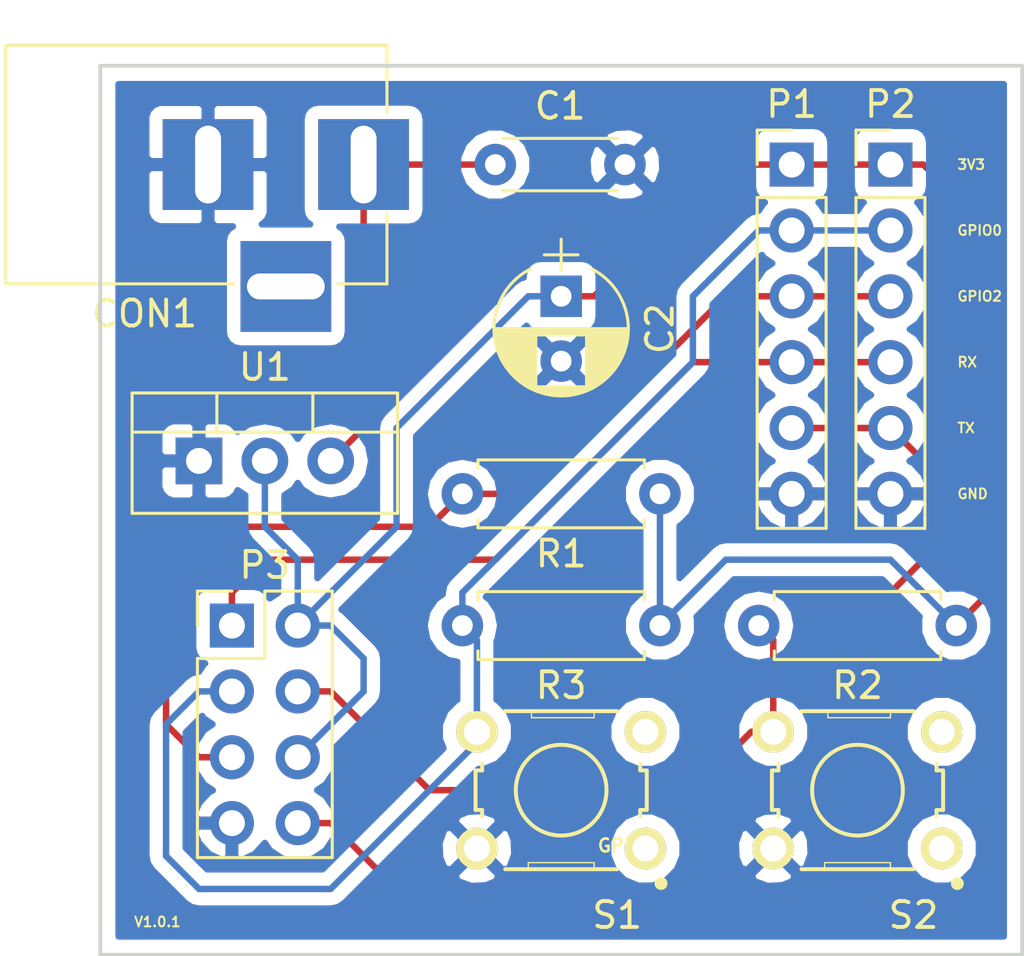
<source format=kicad_pcb>
(kicad_pcb (version 4) (host pcbnew 4.0.5+dfsg1-4~bpo8+1)

  (general
    (links 31)
    (no_connects 0)
    (area 127.964999 69.675 167.715001 106.755001)
    (thickness 1.6)
    (drawings 12)
    (tracks 74)
    (zones 0)
    (modules 12)
    (nets 14)
  )

  (page A4)
  (layers
    (0 F.Cu signal)
    (31 B.Cu signal hide)
    (32 B.Adhes user)
    (33 F.Adhes user)
    (34 B.Paste user)
    (35 F.Paste user)
    (36 B.SilkS user)
    (37 F.SilkS user)
    (38 B.Mask user)
    (39 F.Mask user)
    (40 Dwgs.User user)
    (41 Cmts.User user)
    (42 Eco1.User user)
    (43 Eco2.User user)
    (44 Edge.Cuts user)
    (45 Margin user)
    (46 B.CrtYd user)
    (47 F.CrtYd user)
    (48 B.Fab user)
    (49 F.Fab user)
  )

  (setup
    (last_trace_width 0.25)
    (trace_clearance 0.25)
    (zone_clearance 0.508)
    (zone_45_only no)
    (trace_min 0.2)
    (segment_width 0.2)
    (edge_width 0.15)
    (via_size 0.6)
    (via_drill 0.4)
    (via_min_size 0.4)
    (via_min_drill 0.3)
    (uvia_size 0.3)
    (uvia_drill 0.1)
    (uvias_allowed no)
    (uvia_min_size 0.2)
    (uvia_min_drill 0.1)
    (pcb_text_width 0.3)
    (pcb_text_size 1.5 1.5)
    (mod_edge_width 0.15)
    (mod_text_size 1 1)
    (mod_text_width 0.15)
    (pad_size 1.524 1.524)
    (pad_drill 0.762)
    (pad_to_mask_clearance 0.2)
    (aux_axis_origin 0 0)
    (visible_elements FFFFFF7F)
    (pcbplotparams
      (layerselection 0x010e0_80000001)
      (usegerberextensions false)
      (excludeedgelayer true)
      (linewidth 0.100000)
      (plotframeref false)
      (viasonmask false)
      (mode 1)
      (useauxorigin false)
      (hpglpennumber 1)
      (hpglpenspeed 20)
      (hpglpendiameter 15)
      (hpglpenoverlay 2)
      (psnegative false)
      (psa4output false)
      (plotreference true)
      (plotvalue true)
      (plotinvisibletext false)
      (padsonsilk false)
      (subtractmaskfromsilk false)
      (outputformat 1)
      (mirror false)
      (drillshape 0)
      (scaleselection 1)
      (outputdirectory gerber/))
  )

  (net 0 "")
  (net 1 VCC)
  (net 2 GND)
  (net 3 +3V3)
  (net 4 "Net-(CON1-Pad3)")
  (net 5 /RX)
  (net 6 /TX)
  (net 7 /GPIO0)
  (net 8 /GPIO2)
  (net 9 /RESET)
  (net 10 "Net-(S1-Pad1)")
  (net 11 "Net-(S1-Pad3)")
  (net 12 "Net-(S2-Pad1)")
  (net 13 "Net-(S2-Pad3)")

  (net_class Default "This is the default net class."
    (clearance 0.25)
    (trace_width 0.25)
    (via_dia 0.6)
    (via_drill 0.4)
    (uvia_dia 0.3)
    (uvia_drill 0.1)
    (add_net +3V3)
    (add_net /GPIO0)
    (add_net /GPIO2)
    (add_net /RESET)
    (add_net /RX)
    (add_net /TX)
    (add_net GND)
    (add_net "Net-(CON1-Pad3)")
    (add_net "Net-(S1-Pad1)")
    (add_net "Net-(S1-Pad3)")
    (add_net "Net-(S2-Pad1)")
    (add_net "Net-(S2-Pad3)")
    (add_net VCC)
  )

  (module Capacitors_THT:CP_Radial_D5.0mm_P2.50mm (layer F.Cu) (tedit 597BC7C2) (tstamp 59A40632)
    (at 149.86 81.28 270)
    (descr "CP, Radial series, Radial, pin pitch=2.50mm, , diameter=5mm, Electrolytic Capacitor")
    (tags "CP Radial series Radial pin pitch 2.50mm  diameter 5mm Electrolytic Capacitor")
    (path /59A40208)
    (fp_text reference C2 (at 1.25 -3.81 270) (layer F.SilkS)
      (effects (font (size 1 1) (thickness 0.15)))
    )
    (fp_text value 10uF (at 1.25 3.81 270) (layer F.Fab)
      (effects (font (size 1 1) (thickness 0.15)))
    )
    (fp_arc (start 1.25 0) (end -1.05558 -1.18) (angle 125.8) (layer F.SilkS) (width 0.12))
    (fp_arc (start 1.25 0) (end -1.05558 1.18) (angle -125.8) (layer F.SilkS) (width 0.12))
    (fp_arc (start 1.25 0) (end 3.55558 -1.18) (angle 54.2) (layer F.SilkS) (width 0.12))
    (fp_circle (center 1.25 0) (end 3.75 0) (layer F.Fab) (width 0.1))
    (fp_line (start -2.2 0) (end -1 0) (layer F.Fab) (width 0.1))
    (fp_line (start -1.6 -0.65) (end -1.6 0.65) (layer F.Fab) (width 0.1))
    (fp_line (start 1.25 -2.55) (end 1.25 2.55) (layer F.SilkS) (width 0.12))
    (fp_line (start 1.29 -2.55) (end 1.29 2.55) (layer F.SilkS) (width 0.12))
    (fp_line (start 1.33 -2.549) (end 1.33 2.549) (layer F.SilkS) (width 0.12))
    (fp_line (start 1.37 -2.548) (end 1.37 2.548) (layer F.SilkS) (width 0.12))
    (fp_line (start 1.41 -2.546) (end 1.41 2.546) (layer F.SilkS) (width 0.12))
    (fp_line (start 1.45 -2.543) (end 1.45 2.543) (layer F.SilkS) (width 0.12))
    (fp_line (start 1.49 -2.539) (end 1.49 2.539) (layer F.SilkS) (width 0.12))
    (fp_line (start 1.53 -2.535) (end 1.53 -0.98) (layer F.SilkS) (width 0.12))
    (fp_line (start 1.53 0.98) (end 1.53 2.535) (layer F.SilkS) (width 0.12))
    (fp_line (start 1.57 -2.531) (end 1.57 -0.98) (layer F.SilkS) (width 0.12))
    (fp_line (start 1.57 0.98) (end 1.57 2.531) (layer F.SilkS) (width 0.12))
    (fp_line (start 1.61 -2.525) (end 1.61 -0.98) (layer F.SilkS) (width 0.12))
    (fp_line (start 1.61 0.98) (end 1.61 2.525) (layer F.SilkS) (width 0.12))
    (fp_line (start 1.65 -2.519) (end 1.65 -0.98) (layer F.SilkS) (width 0.12))
    (fp_line (start 1.65 0.98) (end 1.65 2.519) (layer F.SilkS) (width 0.12))
    (fp_line (start 1.69 -2.513) (end 1.69 -0.98) (layer F.SilkS) (width 0.12))
    (fp_line (start 1.69 0.98) (end 1.69 2.513) (layer F.SilkS) (width 0.12))
    (fp_line (start 1.73 -2.506) (end 1.73 -0.98) (layer F.SilkS) (width 0.12))
    (fp_line (start 1.73 0.98) (end 1.73 2.506) (layer F.SilkS) (width 0.12))
    (fp_line (start 1.77 -2.498) (end 1.77 -0.98) (layer F.SilkS) (width 0.12))
    (fp_line (start 1.77 0.98) (end 1.77 2.498) (layer F.SilkS) (width 0.12))
    (fp_line (start 1.81 -2.489) (end 1.81 -0.98) (layer F.SilkS) (width 0.12))
    (fp_line (start 1.81 0.98) (end 1.81 2.489) (layer F.SilkS) (width 0.12))
    (fp_line (start 1.85 -2.48) (end 1.85 -0.98) (layer F.SilkS) (width 0.12))
    (fp_line (start 1.85 0.98) (end 1.85 2.48) (layer F.SilkS) (width 0.12))
    (fp_line (start 1.89 -2.47) (end 1.89 -0.98) (layer F.SilkS) (width 0.12))
    (fp_line (start 1.89 0.98) (end 1.89 2.47) (layer F.SilkS) (width 0.12))
    (fp_line (start 1.93 -2.46) (end 1.93 -0.98) (layer F.SilkS) (width 0.12))
    (fp_line (start 1.93 0.98) (end 1.93 2.46) (layer F.SilkS) (width 0.12))
    (fp_line (start 1.971 -2.448) (end 1.971 -0.98) (layer F.SilkS) (width 0.12))
    (fp_line (start 1.971 0.98) (end 1.971 2.448) (layer F.SilkS) (width 0.12))
    (fp_line (start 2.011 -2.436) (end 2.011 -0.98) (layer F.SilkS) (width 0.12))
    (fp_line (start 2.011 0.98) (end 2.011 2.436) (layer F.SilkS) (width 0.12))
    (fp_line (start 2.051 -2.424) (end 2.051 -0.98) (layer F.SilkS) (width 0.12))
    (fp_line (start 2.051 0.98) (end 2.051 2.424) (layer F.SilkS) (width 0.12))
    (fp_line (start 2.091 -2.41) (end 2.091 -0.98) (layer F.SilkS) (width 0.12))
    (fp_line (start 2.091 0.98) (end 2.091 2.41) (layer F.SilkS) (width 0.12))
    (fp_line (start 2.131 -2.396) (end 2.131 -0.98) (layer F.SilkS) (width 0.12))
    (fp_line (start 2.131 0.98) (end 2.131 2.396) (layer F.SilkS) (width 0.12))
    (fp_line (start 2.171 -2.382) (end 2.171 -0.98) (layer F.SilkS) (width 0.12))
    (fp_line (start 2.171 0.98) (end 2.171 2.382) (layer F.SilkS) (width 0.12))
    (fp_line (start 2.211 -2.366) (end 2.211 -0.98) (layer F.SilkS) (width 0.12))
    (fp_line (start 2.211 0.98) (end 2.211 2.366) (layer F.SilkS) (width 0.12))
    (fp_line (start 2.251 -2.35) (end 2.251 -0.98) (layer F.SilkS) (width 0.12))
    (fp_line (start 2.251 0.98) (end 2.251 2.35) (layer F.SilkS) (width 0.12))
    (fp_line (start 2.291 -2.333) (end 2.291 -0.98) (layer F.SilkS) (width 0.12))
    (fp_line (start 2.291 0.98) (end 2.291 2.333) (layer F.SilkS) (width 0.12))
    (fp_line (start 2.331 -2.315) (end 2.331 -0.98) (layer F.SilkS) (width 0.12))
    (fp_line (start 2.331 0.98) (end 2.331 2.315) (layer F.SilkS) (width 0.12))
    (fp_line (start 2.371 -2.296) (end 2.371 -0.98) (layer F.SilkS) (width 0.12))
    (fp_line (start 2.371 0.98) (end 2.371 2.296) (layer F.SilkS) (width 0.12))
    (fp_line (start 2.411 -2.276) (end 2.411 -0.98) (layer F.SilkS) (width 0.12))
    (fp_line (start 2.411 0.98) (end 2.411 2.276) (layer F.SilkS) (width 0.12))
    (fp_line (start 2.451 -2.256) (end 2.451 -0.98) (layer F.SilkS) (width 0.12))
    (fp_line (start 2.451 0.98) (end 2.451 2.256) (layer F.SilkS) (width 0.12))
    (fp_line (start 2.491 -2.234) (end 2.491 -0.98) (layer F.SilkS) (width 0.12))
    (fp_line (start 2.491 0.98) (end 2.491 2.234) (layer F.SilkS) (width 0.12))
    (fp_line (start 2.531 -2.212) (end 2.531 -0.98) (layer F.SilkS) (width 0.12))
    (fp_line (start 2.531 0.98) (end 2.531 2.212) (layer F.SilkS) (width 0.12))
    (fp_line (start 2.571 -2.189) (end 2.571 -0.98) (layer F.SilkS) (width 0.12))
    (fp_line (start 2.571 0.98) (end 2.571 2.189) (layer F.SilkS) (width 0.12))
    (fp_line (start 2.611 -2.165) (end 2.611 -0.98) (layer F.SilkS) (width 0.12))
    (fp_line (start 2.611 0.98) (end 2.611 2.165) (layer F.SilkS) (width 0.12))
    (fp_line (start 2.651 -2.14) (end 2.651 -0.98) (layer F.SilkS) (width 0.12))
    (fp_line (start 2.651 0.98) (end 2.651 2.14) (layer F.SilkS) (width 0.12))
    (fp_line (start 2.691 -2.113) (end 2.691 -0.98) (layer F.SilkS) (width 0.12))
    (fp_line (start 2.691 0.98) (end 2.691 2.113) (layer F.SilkS) (width 0.12))
    (fp_line (start 2.731 -2.086) (end 2.731 -0.98) (layer F.SilkS) (width 0.12))
    (fp_line (start 2.731 0.98) (end 2.731 2.086) (layer F.SilkS) (width 0.12))
    (fp_line (start 2.771 -2.058) (end 2.771 -0.98) (layer F.SilkS) (width 0.12))
    (fp_line (start 2.771 0.98) (end 2.771 2.058) (layer F.SilkS) (width 0.12))
    (fp_line (start 2.811 -2.028) (end 2.811 -0.98) (layer F.SilkS) (width 0.12))
    (fp_line (start 2.811 0.98) (end 2.811 2.028) (layer F.SilkS) (width 0.12))
    (fp_line (start 2.851 -1.997) (end 2.851 -0.98) (layer F.SilkS) (width 0.12))
    (fp_line (start 2.851 0.98) (end 2.851 1.997) (layer F.SilkS) (width 0.12))
    (fp_line (start 2.891 -1.965) (end 2.891 -0.98) (layer F.SilkS) (width 0.12))
    (fp_line (start 2.891 0.98) (end 2.891 1.965) (layer F.SilkS) (width 0.12))
    (fp_line (start 2.931 -1.932) (end 2.931 -0.98) (layer F.SilkS) (width 0.12))
    (fp_line (start 2.931 0.98) (end 2.931 1.932) (layer F.SilkS) (width 0.12))
    (fp_line (start 2.971 -1.897) (end 2.971 -0.98) (layer F.SilkS) (width 0.12))
    (fp_line (start 2.971 0.98) (end 2.971 1.897) (layer F.SilkS) (width 0.12))
    (fp_line (start 3.011 -1.861) (end 3.011 -0.98) (layer F.SilkS) (width 0.12))
    (fp_line (start 3.011 0.98) (end 3.011 1.861) (layer F.SilkS) (width 0.12))
    (fp_line (start 3.051 -1.823) (end 3.051 -0.98) (layer F.SilkS) (width 0.12))
    (fp_line (start 3.051 0.98) (end 3.051 1.823) (layer F.SilkS) (width 0.12))
    (fp_line (start 3.091 -1.783) (end 3.091 -0.98) (layer F.SilkS) (width 0.12))
    (fp_line (start 3.091 0.98) (end 3.091 1.783) (layer F.SilkS) (width 0.12))
    (fp_line (start 3.131 -1.742) (end 3.131 -0.98) (layer F.SilkS) (width 0.12))
    (fp_line (start 3.131 0.98) (end 3.131 1.742) (layer F.SilkS) (width 0.12))
    (fp_line (start 3.171 -1.699) (end 3.171 -0.98) (layer F.SilkS) (width 0.12))
    (fp_line (start 3.171 0.98) (end 3.171 1.699) (layer F.SilkS) (width 0.12))
    (fp_line (start 3.211 -1.654) (end 3.211 -0.98) (layer F.SilkS) (width 0.12))
    (fp_line (start 3.211 0.98) (end 3.211 1.654) (layer F.SilkS) (width 0.12))
    (fp_line (start 3.251 -1.606) (end 3.251 -0.98) (layer F.SilkS) (width 0.12))
    (fp_line (start 3.251 0.98) (end 3.251 1.606) (layer F.SilkS) (width 0.12))
    (fp_line (start 3.291 -1.556) (end 3.291 -0.98) (layer F.SilkS) (width 0.12))
    (fp_line (start 3.291 0.98) (end 3.291 1.556) (layer F.SilkS) (width 0.12))
    (fp_line (start 3.331 -1.504) (end 3.331 -0.98) (layer F.SilkS) (width 0.12))
    (fp_line (start 3.331 0.98) (end 3.331 1.504) (layer F.SilkS) (width 0.12))
    (fp_line (start 3.371 -1.448) (end 3.371 -0.98) (layer F.SilkS) (width 0.12))
    (fp_line (start 3.371 0.98) (end 3.371 1.448) (layer F.SilkS) (width 0.12))
    (fp_line (start 3.411 -1.39) (end 3.411 -0.98) (layer F.SilkS) (width 0.12))
    (fp_line (start 3.411 0.98) (end 3.411 1.39) (layer F.SilkS) (width 0.12))
    (fp_line (start 3.451 -1.327) (end 3.451 -0.98) (layer F.SilkS) (width 0.12))
    (fp_line (start 3.451 0.98) (end 3.451 1.327) (layer F.SilkS) (width 0.12))
    (fp_line (start 3.491 -1.261) (end 3.491 1.261) (layer F.SilkS) (width 0.12))
    (fp_line (start 3.531 -1.189) (end 3.531 1.189) (layer F.SilkS) (width 0.12))
    (fp_line (start 3.571 -1.112) (end 3.571 1.112) (layer F.SilkS) (width 0.12))
    (fp_line (start 3.611 -1.028) (end 3.611 1.028) (layer F.SilkS) (width 0.12))
    (fp_line (start 3.651 -0.934) (end 3.651 0.934) (layer F.SilkS) (width 0.12))
    (fp_line (start 3.691 -0.829) (end 3.691 0.829) (layer F.SilkS) (width 0.12))
    (fp_line (start 3.731 -0.707) (end 3.731 0.707) (layer F.SilkS) (width 0.12))
    (fp_line (start 3.771 -0.559) (end 3.771 0.559) (layer F.SilkS) (width 0.12))
    (fp_line (start 3.811 -0.354) (end 3.811 0.354) (layer F.SilkS) (width 0.12))
    (fp_line (start -2.2 0) (end -1 0) (layer F.SilkS) (width 0.12))
    (fp_line (start -1.6 -0.65) (end -1.6 0.65) (layer F.SilkS) (width 0.12))
    (fp_line (start -1.6 -2.85) (end -1.6 2.85) (layer F.CrtYd) (width 0.05))
    (fp_line (start -1.6 2.85) (end 4.1 2.85) (layer F.CrtYd) (width 0.05))
    (fp_line (start 4.1 2.85) (end 4.1 -2.85) (layer F.CrtYd) (width 0.05))
    (fp_line (start 4.1 -2.85) (end -1.6 -2.85) (layer F.CrtYd) (width 0.05))
    (fp_text user %R (at 1.25 0 270) (layer F.Fab)
      (effects (font (size 1 1) (thickness 0.15)))
    )
    (pad 1 thru_hole rect (at 0 0 270) (size 1.6 1.6) (drill 0.8) (layers *.Cu *.Mask)
      (net 3 +3V3))
    (pad 2 thru_hole circle (at 2.5 0 270) (size 1.6 1.6) (drill 0.8) (layers *.Cu *.Mask)
      (net 2 GND))
    (model ${KISYS3DMOD}/Capacitors_THT.3dshapes/CP_Radial_D5.0mm_P2.50mm.wrl
      (at (xyz 0 0 0))
      (scale (xyz 1 1 1))
      (rotate (xyz 0 0 0))
    )
  )

  (module Connectors:BARREL_JACK (layer F.Cu) (tedit 5861378E) (tstamp 59A40639)
    (at 142.24 76.2)
    (descr "DC Barrel Jack")
    (tags "Power Jack")
    (path /59A3618B)
    (fp_text reference CON1 (at -8.45 5.75 180) (layer F.SilkS)
      (effects (font (size 1 1) (thickness 0.15)))
    )
    (fp_text value BARREL_JACK (at -6.2 -5.5) (layer F.Fab)
      (effects (font (size 1 1) (thickness 0.15)))
    )
    (fp_line (start 1 -4.5) (end 1 -4.75) (layer F.CrtYd) (width 0.05))
    (fp_line (start 1 -4.75) (end -14 -4.75) (layer F.CrtYd) (width 0.05))
    (fp_line (start 1 -4.5) (end 1 -2) (layer F.CrtYd) (width 0.05))
    (fp_line (start 1 -2) (end 2 -2) (layer F.CrtYd) (width 0.05))
    (fp_line (start 2 -2) (end 2 2) (layer F.CrtYd) (width 0.05))
    (fp_line (start 2 2) (end 1 2) (layer F.CrtYd) (width 0.05))
    (fp_line (start 1 2) (end 1 4.75) (layer F.CrtYd) (width 0.05))
    (fp_line (start 1 4.75) (end -1 4.75) (layer F.CrtYd) (width 0.05))
    (fp_line (start -1 4.75) (end -1 6.75) (layer F.CrtYd) (width 0.05))
    (fp_line (start -1 6.75) (end -5 6.75) (layer F.CrtYd) (width 0.05))
    (fp_line (start -5 6.75) (end -5 4.75) (layer F.CrtYd) (width 0.05))
    (fp_line (start -5 4.75) (end -14 4.75) (layer F.CrtYd) (width 0.05))
    (fp_line (start -14 4.75) (end -14 -4.75) (layer F.CrtYd) (width 0.05))
    (fp_line (start -5 4.6) (end -13.8 4.6) (layer F.SilkS) (width 0.12))
    (fp_line (start -13.8 4.6) (end -13.8 -4.6) (layer F.SilkS) (width 0.12))
    (fp_line (start 0.9 1.9) (end 0.9 4.6) (layer F.SilkS) (width 0.12))
    (fp_line (start 0.9 4.6) (end -1 4.6) (layer F.SilkS) (width 0.12))
    (fp_line (start -13.8 -4.6) (end 0.9 -4.6) (layer F.SilkS) (width 0.12))
    (fp_line (start 0.9 -4.6) (end 0.9 -2) (layer F.SilkS) (width 0.12))
    (fp_line (start -10.2 -4.5) (end -10.2 4.5) (layer F.Fab) (width 0.1))
    (fp_line (start -13.7 -4.5) (end -13.7 4.5) (layer F.Fab) (width 0.1))
    (fp_line (start -13.7 4.5) (end 0.8 4.5) (layer F.Fab) (width 0.1))
    (fp_line (start 0.8 4.5) (end 0.8 -4.5) (layer F.Fab) (width 0.1))
    (fp_line (start 0.8 -4.5) (end -13.7 -4.5) (layer F.Fab) (width 0.1))
    (pad 1 thru_hole rect (at 0 0) (size 3.5 3.5) (drill oval 1 3) (layers *.Cu *.Mask)
      (net 1 VCC))
    (pad 2 thru_hole rect (at -6 0) (size 3.5 3.5) (drill oval 1 3) (layers *.Cu *.Mask)
      (net 2 GND))
    (pad 3 thru_hole rect (at -3 4.7) (size 3.5 3.5) (drill oval 3 1) (layers *.Cu *.Mask)
      (net 4 "Net-(CON1-Pad3)"))
  )

  (module Pin_Headers:Pin_Header_Straight_2x04_Pitch2.54mm (layer F.Cu) (tedit 59650532) (tstamp 59A40657)
    (at 137.16 93.98)
    (descr "Through hole straight pin header, 2x04, 2.54mm pitch, double rows")
    (tags "Through hole pin header THT 2x04 2.54mm double row")
    (path /59A390EB)
    (fp_text reference P3 (at 1.27 -2.33) (layer F.SilkS)
      (effects (font (size 1 1) (thickness 0.15)))
    )
    (fp_text value CONN_02X04 (at 1.27 9.95) (layer F.Fab)
      (effects (font (size 1 1) (thickness 0.15)))
    )
    (fp_line (start 0 -1.27) (end 3.81 -1.27) (layer F.Fab) (width 0.1))
    (fp_line (start 3.81 -1.27) (end 3.81 8.89) (layer F.Fab) (width 0.1))
    (fp_line (start 3.81 8.89) (end -1.27 8.89) (layer F.Fab) (width 0.1))
    (fp_line (start -1.27 8.89) (end -1.27 0) (layer F.Fab) (width 0.1))
    (fp_line (start -1.27 0) (end 0 -1.27) (layer F.Fab) (width 0.1))
    (fp_line (start -1.33 8.95) (end 3.87 8.95) (layer F.SilkS) (width 0.12))
    (fp_line (start -1.33 1.27) (end -1.33 8.95) (layer F.SilkS) (width 0.12))
    (fp_line (start 3.87 -1.33) (end 3.87 8.95) (layer F.SilkS) (width 0.12))
    (fp_line (start -1.33 1.27) (end 1.27 1.27) (layer F.SilkS) (width 0.12))
    (fp_line (start 1.27 1.27) (end 1.27 -1.33) (layer F.SilkS) (width 0.12))
    (fp_line (start 1.27 -1.33) (end 3.87 -1.33) (layer F.SilkS) (width 0.12))
    (fp_line (start -1.33 0) (end -1.33 -1.33) (layer F.SilkS) (width 0.12))
    (fp_line (start -1.33 -1.33) (end 0 -1.33) (layer F.SilkS) (width 0.12))
    (fp_line (start -1.8 -1.8) (end -1.8 9.4) (layer F.CrtYd) (width 0.05))
    (fp_line (start -1.8 9.4) (end 4.35 9.4) (layer F.CrtYd) (width 0.05))
    (fp_line (start 4.35 9.4) (end 4.35 -1.8) (layer F.CrtYd) (width 0.05))
    (fp_line (start 4.35 -1.8) (end -1.8 -1.8) (layer F.CrtYd) (width 0.05))
    (fp_text user %R (at 1.27 3.81 90) (layer F.Fab)
      (effects (font (size 1 1) (thickness 0.15)))
    )
    (pad 1 thru_hole rect (at 0 0) (size 1.7 1.7) (drill 1) (layers *.Cu *.Mask)
      (net 5 /RX))
    (pad 2 thru_hole oval (at 2.54 0) (size 1.7 1.7) (drill 1) (layers *.Cu *.Mask)
      (net 3 +3V3))
    (pad 3 thru_hole oval (at 0 2.54) (size 1.7 1.7) (drill 1) (layers *.Cu *.Mask)
      (net 7 /GPIO0))
    (pad 4 thru_hole oval (at 2.54 2.54) (size 1.7 1.7) (drill 1) (layers *.Cu *.Mask)
      (net 9 /RESET))
    (pad 5 thru_hole oval (at 0 5.08) (size 1.7 1.7) (drill 1) (layers *.Cu *.Mask)
      (net 8 /GPIO2))
    (pad 6 thru_hole oval (at 2.54 5.08) (size 1.7 1.7) (drill 1) (layers *.Cu *.Mask)
      (net 3 +3V3))
    (pad 7 thru_hole oval (at 0 7.62) (size 1.7 1.7) (drill 1) (layers *.Cu *.Mask)
      (net 2 GND))
    (pad 8 thru_hole oval (at 2.54 7.62) (size 1.7 1.7) (drill 1) (layers *.Cu *.Mask)
      (net 6 /TX))
    (model ${KISYS3DMOD}/Pin_Headers.3dshapes/Pin_Header_Straight_2x04_Pitch2.54mm.wrl
      (at (xyz 0 0 0))
      (scale (xyz 1 1 1))
      (rotate (xyz 0 0 0))
    )
  )

  (module Resistors_THT:R_Axial_DIN0207_L6.3mm_D2.5mm_P7.62mm_Horizontal (layer F.Cu) (tedit 5874F706) (tstamp 59A4065D)
    (at 153.67 88.9 180)
    (descr "Resistor, Axial_DIN0207 series, Axial, Horizontal, pin pitch=7.62mm, 0.25W = 1/4W, length*diameter=6.3*2.5mm^2, http://cdn-reichelt.de/documents/datenblatt/B400/1_4W%23YAG.pdf")
    (tags "Resistor Axial_DIN0207 series Axial Horizontal pin pitch 7.62mm 0.25W = 1/4W length 6.3mm diameter 2.5mm")
    (path /59A3E08C)
    (fp_text reference R1 (at 3.81 -2.31 180) (layer F.SilkS)
      (effects (font (size 1 1) (thickness 0.15)))
    )
    (fp_text value 10K (at 3.81 2.31 180) (layer F.Fab)
      (effects (font (size 1 1) (thickness 0.15)))
    )
    (fp_line (start 0.66 -1.25) (end 0.66 1.25) (layer F.Fab) (width 0.1))
    (fp_line (start 0.66 1.25) (end 6.96 1.25) (layer F.Fab) (width 0.1))
    (fp_line (start 6.96 1.25) (end 6.96 -1.25) (layer F.Fab) (width 0.1))
    (fp_line (start 6.96 -1.25) (end 0.66 -1.25) (layer F.Fab) (width 0.1))
    (fp_line (start 0 0) (end 0.66 0) (layer F.Fab) (width 0.1))
    (fp_line (start 7.62 0) (end 6.96 0) (layer F.Fab) (width 0.1))
    (fp_line (start 0.6 -0.98) (end 0.6 -1.31) (layer F.SilkS) (width 0.12))
    (fp_line (start 0.6 -1.31) (end 7.02 -1.31) (layer F.SilkS) (width 0.12))
    (fp_line (start 7.02 -1.31) (end 7.02 -0.98) (layer F.SilkS) (width 0.12))
    (fp_line (start 0.6 0.98) (end 0.6 1.31) (layer F.SilkS) (width 0.12))
    (fp_line (start 0.6 1.31) (end 7.02 1.31) (layer F.SilkS) (width 0.12))
    (fp_line (start 7.02 1.31) (end 7.02 0.98) (layer F.SilkS) (width 0.12))
    (fp_line (start -1.05 -1.6) (end -1.05 1.6) (layer F.CrtYd) (width 0.05))
    (fp_line (start -1.05 1.6) (end 8.7 1.6) (layer F.CrtYd) (width 0.05))
    (fp_line (start 8.7 1.6) (end 8.7 -1.6) (layer F.CrtYd) (width 0.05))
    (fp_line (start 8.7 -1.6) (end -1.05 -1.6) (layer F.CrtYd) (width 0.05))
    (pad 1 thru_hole circle (at 0 0 180) (size 1.6 1.6) (drill 0.8) (layers *.Cu *.Mask)
      (net 3 +3V3))
    (pad 2 thru_hole oval (at 7.62 0 180) (size 1.6 1.6) (drill 0.8) (layers *.Cu *.Mask)
      (net 8 /GPIO2))
    (model ${KISYS3DMOD}/Resistors_THT.3dshapes/R_Axial_DIN0207_L6.3mm_D2.5mm_P7.62mm_Horizontal.wrl
      (at (xyz 0 0 0))
      (scale (xyz 0.393701 0.393701 0.393701))
      (rotate (xyz 0 0 0))
    )
  )

  (module Resistors_THT:R_Axial_DIN0207_L6.3mm_D2.5mm_P7.62mm_Horizontal (layer F.Cu) (tedit 5874F706) (tstamp 59A40663)
    (at 165.1 93.98 180)
    (descr "Resistor, Axial_DIN0207 series, Axial, Horizontal, pin pitch=7.62mm, 0.25W = 1/4W, length*diameter=6.3*2.5mm^2, http://cdn-reichelt.de/documents/datenblatt/B400/1_4W%23YAG.pdf")
    (tags "Resistor Axial_DIN0207 series Axial Horizontal pin pitch 7.62mm 0.25W = 1/4W length 6.3mm diameter 2.5mm")
    (path /59A3E445)
    (fp_text reference R2 (at 3.81 -2.31 180) (layer F.SilkS)
      (effects (font (size 1 1) (thickness 0.15)))
    )
    (fp_text value 10K (at 3.81 2.31 180) (layer F.Fab)
      (effects (font (size 1 1) (thickness 0.15)))
    )
    (fp_line (start 0.66 -1.25) (end 0.66 1.25) (layer F.Fab) (width 0.1))
    (fp_line (start 0.66 1.25) (end 6.96 1.25) (layer F.Fab) (width 0.1))
    (fp_line (start 6.96 1.25) (end 6.96 -1.25) (layer F.Fab) (width 0.1))
    (fp_line (start 6.96 -1.25) (end 0.66 -1.25) (layer F.Fab) (width 0.1))
    (fp_line (start 0 0) (end 0.66 0) (layer F.Fab) (width 0.1))
    (fp_line (start 7.62 0) (end 6.96 0) (layer F.Fab) (width 0.1))
    (fp_line (start 0.6 -0.98) (end 0.6 -1.31) (layer F.SilkS) (width 0.12))
    (fp_line (start 0.6 -1.31) (end 7.02 -1.31) (layer F.SilkS) (width 0.12))
    (fp_line (start 7.02 -1.31) (end 7.02 -0.98) (layer F.SilkS) (width 0.12))
    (fp_line (start 0.6 0.98) (end 0.6 1.31) (layer F.SilkS) (width 0.12))
    (fp_line (start 0.6 1.31) (end 7.02 1.31) (layer F.SilkS) (width 0.12))
    (fp_line (start 7.02 1.31) (end 7.02 0.98) (layer F.SilkS) (width 0.12))
    (fp_line (start -1.05 -1.6) (end -1.05 1.6) (layer F.CrtYd) (width 0.05))
    (fp_line (start -1.05 1.6) (end 8.7 1.6) (layer F.CrtYd) (width 0.05))
    (fp_line (start 8.7 1.6) (end 8.7 -1.6) (layer F.CrtYd) (width 0.05))
    (fp_line (start 8.7 -1.6) (end -1.05 -1.6) (layer F.CrtYd) (width 0.05))
    (pad 1 thru_hole circle (at 0 0 180) (size 1.6 1.6) (drill 0.8) (layers *.Cu *.Mask)
      (net 3 +3V3))
    (pad 2 thru_hole oval (at 7.62 0 180) (size 1.6 1.6) (drill 0.8) (layers *.Cu *.Mask)
      (net 9 /RESET))
    (model ${KISYS3DMOD}/Resistors_THT.3dshapes/R_Axial_DIN0207_L6.3mm_D2.5mm_P7.62mm_Horizontal.wrl
      (at (xyz 0 0 0))
      (scale (xyz 0.393701 0.393701 0.393701))
      (rotate (xyz 0 0 0))
    )
  )

  (module Resistors_THT:R_Axial_DIN0207_L6.3mm_D2.5mm_P7.62mm_Horizontal (layer F.Cu) (tedit 5874F706) (tstamp 59A40669)
    (at 153.67 93.98 180)
    (descr "Resistor, Axial_DIN0207 series, Axial, Horizontal, pin pitch=7.62mm, 0.25W = 1/4W, length*diameter=6.3*2.5mm^2, http://cdn-reichelt.de/documents/datenblatt/B400/1_4W%23YAG.pdf")
    (tags "Resistor Axial_DIN0207 series Axial Horizontal pin pitch 7.62mm 0.25W = 1/4W length 6.3mm diameter 2.5mm")
    (path /59A3D29F)
    (fp_text reference R3 (at 3.81 -2.31 180) (layer F.SilkS)
      (effects (font (size 1 1) (thickness 0.15)))
    )
    (fp_text value 10K (at 3.81 2.31 180) (layer F.Fab)
      (effects (font (size 1 1) (thickness 0.15)))
    )
    (fp_line (start 0.66 -1.25) (end 0.66 1.25) (layer F.Fab) (width 0.1))
    (fp_line (start 0.66 1.25) (end 6.96 1.25) (layer F.Fab) (width 0.1))
    (fp_line (start 6.96 1.25) (end 6.96 -1.25) (layer F.Fab) (width 0.1))
    (fp_line (start 6.96 -1.25) (end 0.66 -1.25) (layer F.Fab) (width 0.1))
    (fp_line (start 0 0) (end 0.66 0) (layer F.Fab) (width 0.1))
    (fp_line (start 7.62 0) (end 6.96 0) (layer F.Fab) (width 0.1))
    (fp_line (start 0.6 -0.98) (end 0.6 -1.31) (layer F.SilkS) (width 0.12))
    (fp_line (start 0.6 -1.31) (end 7.02 -1.31) (layer F.SilkS) (width 0.12))
    (fp_line (start 7.02 -1.31) (end 7.02 -0.98) (layer F.SilkS) (width 0.12))
    (fp_line (start 0.6 0.98) (end 0.6 1.31) (layer F.SilkS) (width 0.12))
    (fp_line (start 0.6 1.31) (end 7.02 1.31) (layer F.SilkS) (width 0.12))
    (fp_line (start 7.02 1.31) (end 7.02 0.98) (layer F.SilkS) (width 0.12))
    (fp_line (start -1.05 -1.6) (end -1.05 1.6) (layer F.CrtYd) (width 0.05))
    (fp_line (start -1.05 1.6) (end 8.7 1.6) (layer F.CrtYd) (width 0.05))
    (fp_line (start 8.7 1.6) (end 8.7 -1.6) (layer F.CrtYd) (width 0.05))
    (fp_line (start 8.7 -1.6) (end -1.05 -1.6) (layer F.CrtYd) (width 0.05))
    (pad 1 thru_hole circle (at 0 0 180) (size 1.6 1.6) (drill 0.8) (layers *.Cu *.Mask)
      (net 3 +3V3))
    (pad 2 thru_hole oval (at 7.62 0 180) (size 1.6 1.6) (drill 0.8) (layers *.Cu *.Mask)
      (net 7 /GPIO0))
    (model ${KISYS3DMOD}/Resistors_THT.3dshapes/R_Axial_DIN0207_L6.3mm_D2.5mm_P7.62mm_Horizontal.wrl
      (at (xyz 0 0 0))
      (scale (xyz 0.393701 0.393701 0.393701))
      (rotate (xyz 0 0 0))
    )
  )

  (module B3F-1000:SW_B3F-1000 (layer F.Cu) (tedit 59A43356) (tstamp 59A40671)
    (at 149.86 100.33 180)
    (path /59A3B20D)
    (fp_text reference S1 (at -2.15921 -4.82071 180) (layer F.SilkS)
      (effects (font (size 1.00056 1.00056) (thickness 0.15)))
    )
    (fp_text value B3F-1000 (at -1.47379 4.34732 180) (layer F.SilkS) hide
      (effects (font (size 1.00053 1.00053) (thickness 0.05)))
    )
    (fp_line (start 3.302 0.762) (end 3.048 0.762) (layer F.SilkS) (width 0.1524))
    (fp_line (start 3.302 0.762) (end 3.302 -0.762) (layer F.SilkS) (width 0.1524))
    (fp_line (start 3.048 -0.762) (end 3.302 -0.762) (layer F.SilkS) (width 0.1524))
    (fp_line (start 3.048 -1.016) (end 3.048 -2.54) (layer Dwgs.User) (width 0.1524))
    (fp_line (start -3.302 -0.762) (end -3.048 -0.762) (layer F.SilkS) (width 0.1524))
    (fp_line (start -3.302 -0.762) (end -3.302 0.762) (layer F.SilkS) (width 0.1524))
    (fp_line (start -3.048 0.762) (end -3.302 0.762) (layer F.SilkS) (width 0.1524))
    (fp_line (start 3.048 -2.54) (end 2.54 -3.048) (layer Dwgs.User) (width 0.1524))
    (fp_line (start 2.54 3.048) (end 3.048 2.54) (layer Dwgs.User) (width 0.1524))
    (fp_line (start 3.048 2.54) (end 3.048 1.016) (layer Dwgs.User) (width 0.1524))
    (fp_line (start -2.54 -3.048) (end -3.048 -2.54) (layer Dwgs.User) (width 0.1524))
    (fp_line (start -3.048 -2.54) (end -3.048 -1.016) (layer Dwgs.User) (width 0.1524))
    (fp_line (start -2.54 3.048) (end -3.048 2.54) (layer Dwgs.User) (width 0.1524))
    (fp_line (start -3.048 2.54) (end -3.048 1.016) (layer Dwgs.User) (width 0.1524))
    (fp_line (start -1.27 -3.048) (end -1.27 -2.794) (layer F.SilkS) (width 0.0508))
    (fp_line (start 1.27 -2.794) (end -1.27 -2.794) (layer F.SilkS) (width 0.0508))
    (fp_line (start 1.27 -2.794) (end 1.27 -3.048) (layer F.SilkS) (width 0.0508))
    (fp_line (start 1.143 2.794) (end -1.27 2.794) (layer F.SilkS) (width 0.0508))
    (fp_line (start 1.143 2.794) (end 1.143 3.048) (layer F.SilkS) (width 0.0508))
    (fp_line (start -1.27 2.794) (end -1.27 3.048) (layer F.SilkS) (width 0.0508))
    (fp_line (start 2.54 3.048) (end 2.159 3.048) (layer Dwgs.User) (width 0.1524))
    (fp_line (start -2.54 3.048) (end -2.159 3.048) (layer Dwgs.User) (width 0.1524))
    (fp_line (start -2.159 3.048) (end -1.27 3.048) (layer F.SilkS) (width 0.1524))
    (fp_line (start -2.54 -3.048) (end -2.159 -3.048) (layer Dwgs.User) (width 0.1524))
    (fp_line (start 2.54 -3.048) (end 2.159 -3.048) (layer Dwgs.User) (width 0.1524))
    (fp_line (start 2.159 -3.048) (end 1.27 -3.048) (layer F.SilkS) (width 0.1524))
    (fp_line (start 1.27 -3.048) (end -1.27 -3.048) (layer F.SilkS) (width 0.1524))
    (fp_line (start -1.27 -3.048) (end -2.159 -3.048) (layer F.SilkS) (width 0.1524))
    (fp_line (start -1.27 3.048) (end 1.143 3.048) (layer F.SilkS) (width 0.1524))
    (fp_line (start 1.143 3.048) (end 2.159 3.048) (layer F.SilkS) (width 0.1524))
    (fp_line (start 3.048 0.762) (end 3.048 1.016) (layer F.SilkS) (width 0.1524))
    (fp_line (start 3.048 -0.762) (end 3.048 -1.016) (layer F.SilkS) (width 0.1524))
    (fp_line (start -3.048 0.762) (end -3.048 1.016) (layer F.SilkS) (width 0.1524))
    (fp_line (start -3.048 -0.762) (end -3.048 -1.016) (layer F.SilkS) (width 0.1524))
    (fp_circle (center 0 0) (end 1.75 0) (layer F.SilkS) (width 0.1524))
    (fp_circle (center -2.159 2.159) (end -1.651 2.159) (layer Dwgs.User) (width 0.1524))
    (fp_circle (center 2.159 2.032) (end 2.667 2.032) (layer Dwgs.User) (width 0.1524))
    (fp_circle (center 2.159 -2.159) (end 2.667 -2.159) (layer Dwgs.User) (width 0.1524))
    (fp_circle (center -2.159 -2.159) (end -1.651 -2.159) (layer Dwgs.User) (width 0.1524))
    (fp_circle (center -3.85 -3.6) (end -3.6 -3.6) (layer F.SilkS) (width 0))
    (fp_line (start -4.5 -4) (end 4.5 -4) (layer Dwgs.User) (width 0.127))
    (fp_line (start 4.5 -4) (end 4.5 3.5) (layer Dwgs.User) (width 0.127))
    (fp_line (start 4.5 3.5) (end -4.5 3.5) (layer Dwgs.User) (width 0.127))
    (fp_line (start -4.5 3.5) (end -4.5 -4) (layer Dwgs.User) (width 0.127))
    (pad 1 thru_hole circle (at -3.25 -2.25 180) (size 1.6 1.6) (drill 1) (layers *.Cu *.Mask F.SilkS)
      (net 10 "Net-(S1-Pad1)"))
    (pad 3 thru_hole circle (at -3.25 2.25 180) (size 1.6 1.6) (drill 1) (layers *.Cu *.Mask F.SilkS)
      (net 11 "Net-(S1-Pad3)"))
    (pad 2 thru_hole circle (at 3.25 -2.25 180) (size 1.6 1.6) (drill 1) (layers *.Cu *.Mask F.SilkS)
      (net 2 GND))
    (pad 4 thru_hole circle (at 3.25 2.25 180) (size 1.6 1.6) (drill 1) (layers *.Cu *.Mask F.SilkS)
      (net 7 /GPIO0))
  )

  (module B3F-1000:SW_B3F-1000 (layer F.Cu) (tedit 59A43347) (tstamp 59A40679)
    (at 161.29 100.33 180)
    (path /59A3B319)
    (fp_text reference S2 (at -2.15921 -4.82071 180) (layer F.SilkS)
      (effects (font (size 1.00056 1.00056) (thickness 0.15)))
    )
    (fp_text value B3F-1000 (at -1.47379 4.34732 180) (layer F.SilkS) hide
      (effects (font (size 1.00053 1.00053) (thickness 0.05)))
    )
    (fp_line (start 3.302 0.762) (end 3.048 0.762) (layer F.SilkS) (width 0.1524))
    (fp_line (start 3.302 0.762) (end 3.302 -0.762) (layer F.SilkS) (width 0.1524))
    (fp_line (start 3.048 -0.762) (end 3.302 -0.762) (layer F.SilkS) (width 0.1524))
    (fp_line (start 3.048 -1.016) (end 3.048 -2.54) (layer Dwgs.User) (width 0.1524))
    (fp_line (start -3.302 -0.762) (end -3.048 -0.762) (layer F.SilkS) (width 0.1524))
    (fp_line (start -3.302 -0.762) (end -3.302 0.762) (layer F.SilkS) (width 0.1524))
    (fp_line (start -3.048 0.762) (end -3.302 0.762) (layer F.SilkS) (width 0.1524))
    (fp_line (start 3.048 -2.54) (end 2.54 -3.048) (layer Dwgs.User) (width 0.1524))
    (fp_line (start 2.54 3.048) (end 3.048 2.54) (layer Dwgs.User) (width 0.1524))
    (fp_line (start 3.048 2.54) (end 3.048 1.016) (layer Dwgs.User) (width 0.1524))
    (fp_line (start -2.54 -3.048) (end -3.048 -2.54) (layer Dwgs.User) (width 0.1524))
    (fp_line (start -3.048 -2.54) (end -3.048 -1.016) (layer Dwgs.User) (width 0.1524))
    (fp_line (start -2.54 3.048) (end -3.048 2.54) (layer Dwgs.User) (width 0.1524))
    (fp_line (start -3.048 2.54) (end -3.048 1.016) (layer Dwgs.User) (width 0.1524))
    (fp_line (start -1.27 -3.048) (end -1.27 -2.794) (layer F.SilkS) (width 0.0508))
    (fp_line (start 1.27 -2.794) (end -1.27 -2.794) (layer F.SilkS) (width 0.0508))
    (fp_line (start 1.27 -2.794) (end 1.27 -3.048) (layer F.SilkS) (width 0.0508))
    (fp_line (start 1.143 2.794) (end -1.27 2.794) (layer F.SilkS) (width 0.0508))
    (fp_line (start 1.143 2.794) (end 1.143 3.048) (layer F.SilkS) (width 0.0508))
    (fp_line (start -1.27 2.794) (end -1.27 3.048) (layer F.SilkS) (width 0.0508))
    (fp_line (start 2.54 3.048) (end 2.159 3.048) (layer Dwgs.User) (width 0.1524))
    (fp_line (start -2.54 3.048) (end -2.159 3.048) (layer Dwgs.User) (width 0.1524))
    (fp_line (start -2.159 3.048) (end -1.27 3.048) (layer F.SilkS) (width 0.1524))
    (fp_line (start -2.54 -3.048) (end -2.159 -3.048) (layer Dwgs.User) (width 0.1524))
    (fp_line (start 2.54 -3.048) (end 2.159 -3.048) (layer Dwgs.User) (width 0.1524))
    (fp_line (start 2.159 -3.048) (end 1.27 -3.048) (layer F.SilkS) (width 0.1524))
    (fp_line (start 1.27 -3.048) (end -1.27 -3.048) (layer F.SilkS) (width 0.1524))
    (fp_line (start -1.27 -3.048) (end -2.159 -3.048) (layer F.SilkS) (width 0.1524))
    (fp_line (start -1.27 3.048) (end 1.143 3.048) (layer F.SilkS) (width 0.1524))
    (fp_line (start 1.143 3.048) (end 2.159 3.048) (layer F.SilkS) (width 0.1524))
    (fp_line (start 3.048 0.762) (end 3.048 1.016) (layer F.SilkS) (width 0.1524))
    (fp_line (start 3.048 -0.762) (end 3.048 -1.016) (layer F.SilkS) (width 0.1524))
    (fp_line (start -3.048 0.762) (end -3.048 1.016) (layer F.SilkS) (width 0.1524))
    (fp_line (start -3.048 -0.762) (end -3.048 -1.016) (layer F.SilkS) (width 0.1524))
    (fp_circle (center 0 0) (end 1.75 0) (layer F.SilkS) (width 0.1524))
    (fp_circle (center -2.159 2.159) (end -1.651 2.159) (layer Dwgs.User) (width 0.1524))
    (fp_circle (center 2.159 2.032) (end 2.667 2.032) (layer Dwgs.User) (width 0.1524))
    (fp_circle (center 2.159 -2.159) (end 2.667 -2.159) (layer Dwgs.User) (width 0.1524))
    (fp_circle (center -2.159 -2.159) (end -1.651 -2.159) (layer Dwgs.User) (width 0.1524))
    (fp_circle (center -3.85 -3.6) (end -3.6 -3.6) (layer F.SilkS) (width 0))
    (fp_line (start -4.5 -4) (end 4.5 -4) (layer Dwgs.User) (width 0.127))
    (fp_line (start 4.5 -4) (end 4.5 3.5) (layer Dwgs.User) (width 0.127))
    (fp_line (start 4.5 3.5) (end -4.5 3.5) (layer Dwgs.User) (width 0.127))
    (fp_line (start -4.5 3.5) (end -4.5 -4) (layer Dwgs.User) (width 0.127))
    (pad 1 thru_hole circle (at -3.25 -2.25 180) (size 1.6 1.6) (drill 1) (layers *.Cu *.Mask F.SilkS)
      (net 12 "Net-(S2-Pad1)"))
    (pad 3 thru_hole circle (at -3.25 2.25 180) (size 1.6 1.6) (drill 1) (layers *.Cu *.Mask F.SilkS)
      (net 13 "Net-(S2-Pad3)"))
    (pad 2 thru_hole circle (at 3.25 -2.25 180) (size 1.6 1.6) (drill 1) (layers *.Cu *.Mask F.SilkS)
      (net 2 GND))
    (pad 4 thru_hole circle (at 3.25 2.25 180) (size 1.6 1.6) (drill 1) (layers *.Cu *.Mask F.SilkS)
      (net 9 /RESET))
  )

  (module TO_SOT_Packages_THT:TO-220_Vertical (layer F.Cu) (tedit 58CE52AD) (tstamp 59A40681)
    (at 135.89 87.63)
    (descr "TO-220, Vertical, RM 2.54mm")
    (tags "TO-220 Vertical RM 2.54mm")
    (path /59A36244)
    (fp_text reference U1 (at 2.54 -3.62) (layer F.SilkS)
      (effects (font (size 1 1) (thickness 0.15)))
    )
    (fp_text value LD1117V33 (at 2.54 3.92) (layer F.Fab)
      (effects (font (size 1 1) (thickness 0.15)))
    )
    (fp_text user %R (at 2.54 -3.62) (layer F.Fab)
      (effects (font (size 1 1) (thickness 0.15)))
    )
    (fp_line (start -2.46 -2.5) (end -2.46 1.9) (layer F.Fab) (width 0.1))
    (fp_line (start -2.46 1.9) (end 7.54 1.9) (layer F.Fab) (width 0.1))
    (fp_line (start 7.54 1.9) (end 7.54 -2.5) (layer F.Fab) (width 0.1))
    (fp_line (start 7.54 -2.5) (end -2.46 -2.5) (layer F.Fab) (width 0.1))
    (fp_line (start -2.46 -1.23) (end 7.54 -1.23) (layer F.Fab) (width 0.1))
    (fp_line (start 0.69 -2.5) (end 0.69 -1.23) (layer F.Fab) (width 0.1))
    (fp_line (start 4.39 -2.5) (end 4.39 -1.23) (layer F.Fab) (width 0.1))
    (fp_line (start -2.58 -2.62) (end 7.66 -2.62) (layer F.SilkS) (width 0.12))
    (fp_line (start -2.58 2.021) (end 7.66 2.021) (layer F.SilkS) (width 0.12))
    (fp_line (start -2.58 -2.62) (end -2.58 2.021) (layer F.SilkS) (width 0.12))
    (fp_line (start 7.66 -2.62) (end 7.66 2.021) (layer F.SilkS) (width 0.12))
    (fp_line (start -2.58 -1.11) (end 7.66 -1.11) (layer F.SilkS) (width 0.12))
    (fp_line (start 0.69 -2.62) (end 0.69 -1.11) (layer F.SilkS) (width 0.12))
    (fp_line (start 4.391 -2.62) (end 4.391 -1.11) (layer F.SilkS) (width 0.12))
    (fp_line (start -2.71 -2.75) (end -2.71 2.16) (layer F.CrtYd) (width 0.05))
    (fp_line (start -2.71 2.16) (end 7.79 2.16) (layer F.CrtYd) (width 0.05))
    (fp_line (start 7.79 2.16) (end 7.79 -2.75) (layer F.CrtYd) (width 0.05))
    (fp_line (start 7.79 -2.75) (end -2.71 -2.75) (layer F.CrtYd) (width 0.05))
    (pad 1 thru_hole rect (at 0 0) (size 1.8 1.8) (drill 1) (layers *.Cu *.Mask)
      (net 2 GND))
    (pad 2 thru_hole oval (at 2.54 0) (size 1.8 1.8) (drill 1) (layers *.Cu *.Mask)
      (net 3 +3V3))
    (pad 3 thru_hole oval (at 5.08 0) (size 1.8 1.8) (drill 1) (layers *.Cu *.Mask)
      (net 1 VCC))
    (model ${KISYS3DMOD}/TO_SOT_Packages_THT.3dshapes/TO-220_Vertical.wrl
      (at (xyz 0.1 0 0))
      (scale (xyz 0.393701 0.393701 0.393701))
      (rotate (xyz 0 0 0))
    )
  )

  (module Capacitors_THT:C_Disc_D4.3mm_W1.9mm_P5.00mm (layer F.Cu) (tedit 597BC7C2) (tstamp 59A40B98)
    (at 147.32 76.2)
    (descr "C, Disc series, Radial, pin pitch=5.00mm, , diameter*width=4.3*1.9mm^2, Capacitor, http://www.vishay.com/docs/45233/krseries.pdf")
    (tags "C Disc series Radial pin pitch 5.00mm  diameter 4.3mm width 1.9mm Capacitor")
    (path /59A362EC)
    (fp_text reference C1 (at 2.5 -2.26) (layer F.SilkS)
      (effects (font (size 1 1) (thickness 0.15)))
    )
    (fp_text value 10nF (at 2.5 2.26) (layer F.Fab)
      (effects (font (size 1 1) (thickness 0.15)))
    )
    (fp_line (start 0.35 -0.95) (end 0.35 0.95) (layer F.Fab) (width 0.1))
    (fp_line (start 0.35 0.95) (end 4.65 0.95) (layer F.Fab) (width 0.1))
    (fp_line (start 4.65 0.95) (end 4.65 -0.95) (layer F.Fab) (width 0.1))
    (fp_line (start 4.65 -0.95) (end 0.35 -0.95) (layer F.Fab) (width 0.1))
    (fp_line (start 0.29 -1.01) (end 4.71 -1.01) (layer F.SilkS) (width 0.12))
    (fp_line (start 0.29 1.01) (end 4.71 1.01) (layer F.SilkS) (width 0.12))
    (fp_line (start 0.29 -1.01) (end 0.29 -0.996) (layer F.SilkS) (width 0.12))
    (fp_line (start 0.29 0.996) (end 0.29 1.01) (layer F.SilkS) (width 0.12))
    (fp_line (start 4.71 -1.01) (end 4.71 -0.996) (layer F.SilkS) (width 0.12))
    (fp_line (start 4.71 0.996) (end 4.71 1.01) (layer F.SilkS) (width 0.12))
    (fp_line (start -1.05 -1.3) (end -1.05 1.3) (layer F.CrtYd) (width 0.05))
    (fp_line (start -1.05 1.3) (end 6.05 1.3) (layer F.CrtYd) (width 0.05))
    (fp_line (start 6.05 1.3) (end 6.05 -1.3) (layer F.CrtYd) (width 0.05))
    (fp_line (start 6.05 -1.3) (end -1.05 -1.3) (layer F.CrtYd) (width 0.05))
    (fp_text user %R (at 2.5 0) (layer F.Fab)
      (effects (font (size 1 1) (thickness 0.15)))
    )
    (pad 1 thru_hole circle (at 0 0) (size 1.6 1.6) (drill 0.8) (layers *.Cu *.Mask)
      (net 1 VCC))
    (pad 2 thru_hole circle (at 5 0) (size 1.6 1.6) (drill 0.8) (layers *.Cu *.Mask)
      (net 2 GND))
    (model ${KISYS3DMOD}/Capacitors_THT.3dshapes/C_Disc_D4.3mm_W1.9mm_P5.00mm.wrl
      (at (xyz 0 0 0))
      (scale (xyz 1 1 1))
      (rotate (xyz 0 0 0))
    )
  )

  (module Pin_Headers:Pin_Header_Straight_1x06_Pitch2.54mm (layer F.Cu) (tedit 59650532) (tstamp 59A426BA)
    (at 158.75 76.2)
    (descr "Through hole straight pin header, 1x06, 2.54mm pitch, single row")
    (tags "Through hole pin header THT 1x06 2.54mm single row")
    (path /59A4270F)
    (fp_text reference P1 (at 0 -2.33) (layer F.SilkS)
      (effects (font (size 1 1) (thickness 0.15)))
    )
    (fp_text value CONN_01X06 (at 0 15.03) (layer F.Fab)
      (effects (font (size 1 1) (thickness 0.15)))
    )
    (fp_line (start -0.635 -1.27) (end 1.27 -1.27) (layer F.Fab) (width 0.1))
    (fp_line (start 1.27 -1.27) (end 1.27 13.97) (layer F.Fab) (width 0.1))
    (fp_line (start 1.27 13.97) (end -1.27 13.97) (layer F.Fab) (width 0.1))
    (fp_line (start -1.27 13.97) (end -1.27 -0.635) (layer F.Fab) (width 0.1))
    (fp_line (start -1.27 -0.635) (end -0.635 -1.27) (layer F.Fab) (width 0.1))
    (fp_line (start -1.33 14.03) (end 1.33 14.03) (layer F.SilkS) (width 0.12))
    (fp_line (start -1.33 1.27) (end -1.33 14.03) (layer F.SilkS) (width 0.12))
    (fp_line (start 1.33 1.27) (end 1.33 14.03) (layer F.SilkS) (width 0.12))
    (fp_line (start -1.33 1.27) (end 1.33 1.27) (layer F.SilkS) (width 0.12))
    (fp_line (start -1.33 0) (end -1.33 -1.33) (layer F.SilkS) (width 0.12))
    (fp_line (start -1.33 -1.33) (end 0 -1.33) (layer F.SilkS) (width 0.12))
    (fp_line (start -1.8 -1.8) (end -1.8 14.5) (layer F.CrtYd) (width 0.05))
    (fp_line (start -1.8 14.5) (end 1.8 14.5) (layer F.CrtYd) (width 0.05))
    (fp_line (start 1.8 14.5) (end 1.8 -1.8) (layer F.CrtYd) (width 0.05))
    (fp_line (start 1.8 -1.8) (end -1.8 -1.8) (layer F.CrtYd) (width 0.05))
    (fp_text user %R (at 0 6.35 90) (layer F.Fab)
      (effects (font (size 1 1) (thickness 0.15)))
    )
    (pad 1 thru_hole rect (at 0 0) (size 1.7 1.7) (drill 1) (layers *.Cu *.Mask)
      (net 3 +3V3))
    (pad 2 thru_hole oval (at 0 2.54) (size 1.7 1.7) (drill 1) (layers *.Cu *.Mask)
      (net 7 /GPIO0))
    (pad 3 thru_hole oval (at 0 5.08) (size 1.7 1.7) (drill 1) (layers *.Cu *.Mask)
      (net 8 /GPIO2))
    (pad 4 thru_hole oval (at 0 7.62) (size 1.7 1.7) (drill 1) (layers *.Cu *.Mask)
      (net 5 /RX))
    (pad 5 thru_hole oval (at 0 10.16) (size 1.7 1.7) (drill 1) (layers *.Cu *.Mask)
      (net 6 /TX))
    (pad 6 thru_hole oval (at 0 12.7) (size 1.7 1.7) (drill 1) (layers *.Cu *.Mask)
      (net 2 GND))
    (model ${KISYS3DMOD}/Pin_Headers.3dshapes/Pin_Header_Straight_1x06_Pitch2.54mm.wrl
      (at (xyz 0 0 0))
      (scale (xyz 1 1 1))
      (rotate (xyz 0 0 0))
    )
  )

  (module Pin_Headers:Pin_Header_Straight_1x06_Pitch2.54mm (layer F.Cu) (tedit 59650532) (tstamp 59A426C4)
    (at 162.56 76.2)
    (descr "Through hole straight pin header, 1x06, 2.54mm pitch, single row")
    (tags "Through hole pin header THT 1x06 2.54mm single row")
    (path /59A425DE)
    (fp_text reference P2 (at 0 -2.33) (layer F.SilkS)
      (effects (font (size 1 1) (thickness 0.15)))
    )
    (fp_text value CONN_01X06 (at 0 15.03) (layer F.Fab)
      (effects (font (size 1 1) (thickness 0.15)))
    )
    (fp_line (start -0.635 -1.27) (end 1.27 -1.27) (layer F.Fab) (width 0.1))
    (fp_line (start 1.27 -1.27) (end 1.27 13.97) (layer F.Fab) (width 0.1))
    (fp_line (start 1.27 13.97) (end -1.27 13.97) (layer F.Fab) (width 0.1))
    (fp_line (start -1.27 13.97) (end -1.27 -0.635) (layer F.Fab) (width 0.1))
    (fp_line (start -1.27 -0.635) (end -0.635 -1.27) (layer F.Fab) (width 0.1))
    (fp_line (start -1.33 14.03) (end 1.33 14.03) (layer F.SilkS) (width 0.12))
    (fp_line (start -1.33 1.27) (end -1.33 14.03) (layer F.SilkS) (width 0.12))
    (fp_line (start 1.33 1.27) (end 1.33 14.03) (layer F.SilkS) (width 0.12))
    (fp_line (start -1.33 1.27) (end 1.33 1.27) (layer F.SilkS) (width 0.12))
    (fp_line (start -1.33 0) (end -1.33 -1.33) (layer F.SilkS) (width 0.12))
    (fp_line (start -1.33 -1.33) (end 0 -1.33) (layer F.SilkS) (width 0.12))
    (fp_line (start -1.8 -1.8) (end -1.8 14.5) (layer F.CrtYd) (width 0.05))
    (fp_line (start -1.8 14.5) (end 1.8 14.5) (layer F.CrtYd) (width 0.05))
    (fp_line (start 1.8 14.5) (end 1.8 -1.8) (layer F.CrtYd) (width 0.05))
    (fp_line (start 1.8 -1.8) (end -1.8 -1.8) (layer F.CrtYd) (width 0.05))
    (fp_text user %R (at 0 6.35 90) (layer F.Fab)
      (effects (font (size 1 1) (thickness 0.15)))
    )
    (pad 1 thru_hole rect (at 0 0) (size 1.7 1.7) (drill 1) (layers *.Cu *.Mask)
      (net 3 +3V3))
    (pad 2 thru_hole oval (at 0 2.54) (size 1.7 1.7) (drill 1) (layers *.Cu *.Mask)
      (net 7 /GPIO0))
    (pad 3 thru_hole oval (at 0 5.08) (size 1.7 1.7) (drill 1) (layers *.Cu *.Mask)
      (net 8 /GPIO2))
    (pad 4 thru_hole oval (at 0 7.62) (size 1.7 1.7) (drill 1) (layers *.Cu *.Mask)
      (net 5 /RX))
    (pad 5 thru_hole oval (at 0 10.16) (size 1.7 1.7) (drill 1) (layers *.Cu *.Mask)
      (net 6 /TX))
    (pad 6 thru_hole oval (at 0 12.7) (size 1.7 1.7) (drill 1) (layers *.Cu *.Mask)
      (net 2 GND))
    (model ${KISYS3DMOD}/Pin_Headers.3dshapes/Pin_Header_Straight_1x06_Pitch2.54mm.wrl
      (at (xyz 0 0 0))
      (scale (xyz 1 1 1))
      (rotate (xyz 0 0 0))
    )
  )

  (gr_text V1.0.1 (at 133.35 105.41) (layer F.SilkS)
    (effects (font (size 0.381 0.381) (thickness 0.0762)) (justify left))
  )
  (gr_text "GND\n" (at 165.1 88.9) (layer F.SilkS)
    (effects (font (size 0.381 0.381) (thickness 0.0762)) (justify left))
  )
  (gr_text TX (at 165.1 86.36) (layer F.SilkS)
    (effects (font (size 0.381 0.381) (thickness 0.0762)) (justify left))
  )
  (gr_text RX (at 165.1 83.82) (layer F.SilkS)
    (effects (font (size 0.381 0.381) (thickness 0.0762)) (justify left))
  )
  (gr_text "GPIO2\n" (at 165.1 81.28) (layer F.SilkS)
    (effects (font (size 0.381 0.381) (thickness 0.0762)) (justify left))
  )
  (gr_text "GPIO0\n" (at 165.1 78.74) (layer F.SilkS)
    (effects (font (size 0.381 0.381) (thickness 0.0762)) (justify left))
  )
  (gr_text 3V3 (at 165.1 76.2) (layer F.SilkS)
    (effects (font (size 0.381 0.381) (thickness 0.0762)) (justify left))
  )
  (gr_line (start 132.08 106.68) (end 132.08 72.39) (angle 90) (layer Edge.Cuts) (width 0.15))
  (gr_line (start 167.64 106.68) (end 132.08 106.68) (angle 90) (layer Edge.Cuts) (width 0.15))
  (gr_line (start 167.64 72.39) (end 167.64 106.68) (angle 90) (layer Edge.Cuts) (width 0.15))
  (gr_line (start 132.08 72.39) (end 167.64 72.39) (angle 90) (layer Edge.Cuts) (width 0.15))
  (gr_text "GPIO0\n\n" (at 152.4 102.87) (layer F.SilkS)
    (effects (font (size 0.5 0.5) (thickness 0.1)))
  )

  (segment (start 142.24 86.36) (end 140.97 87.63) (width 0.25) (layer F.Cu) (net 1) (tstamp 59A5D549))
  (segment (start 142.24 76.2) (end 142.24 86.36) (width 0.25) (layer F.Cu) (net 1))
  (segment (start 142.24 76.2) (end 147.32 76.2) (width 0.25) (layer F.Cu) (net 1))
  (segment (start 149.86 81.28) (end 148.59 81.28) (width 0.25) (layer B.Cu) (net 3))
  (segment (start 143.51 90.17) (end 139.7 93.98) (width 0.25) (layer B.Cu) (net 3) (tstamp 59A62547))
  (segment (start 143.51 86.36) (end 143.51 90.17) (width 0.25) (layer B.Cu) (net 3) (tstamp 59A62544))
  (segment (start 148.59 81.28) (end 143.51 86.36) (width 0.25) (layer B.Cu) (net 3) (tstamp 59A6253A))
  (segment (start 153.67 93.98) (end 156.21 91.44) (width 0.25) (layer B.Cu) (net 3))
  (segment (start 162.56 91.44) (end 165.1 93.98) (width 0.25) (layer B.Cu) (net 3) (tstamp 59A62505))
  (segment (start 156.21 91.44) (end 162.56 91.44) (width 0.25) (layer B.Cu) (net 3) (tstamp 59A62501))
  (segment (start 153.67 93.98) (end 153.67 88.9) (width 0.25) (layer B.Cu) (net 3))
  (segment (start 139.7 93.98) (end 140.97 93.98) (width 0.25) (layer B.Cu) (net 3))
  (segment (start 142.24 96.52) (end 139.7 99.06) (width 0.25) (layer B.Cu) (net 3) (tstamp 59A62446))
  (segment (start 142.24 95.25) (end 142.24 96.52) (width 0.25) (layer B.Cu) (net 3) (tstamp 59A62444))
  (segment (start 140.97 93.98) (end 142.24 95.25) (width 0.25) (layer B.Cu) (net 3) (tstamp 59A62441))
  (segment (start 138.43 87.63) (end 138.43 90.17) (width 0.25) (layer B.Cu) (net 3))
  (segment (start 139.7 91.44) (end 139.7 93.98) (width 0.25) (layer B.Cu) (net 3) (tstamp 59A62437))
  (segment (start 138.43 90.17) (end 139.7 91.44) (width 0.25) (layer B.Cu) (net 3) (tstamp 59A62431))
  (segment (start 158.75 76.2) (end 156.21 76.2) (width 0.25) (layer F.Cu) (net 3))
  (segment (start 151.13 81.28) (end 149.86 81.28) (width 0.25) (layer F.Cu) (net 3) (tstamp 59A623F5))
  (segment (start 156.21 76.2) (end 151.13 81.28) (width 0.25) (layer F.Cu) (net 3) (tstamp 59A623F4))
  (segment (start 162.56 76.2) (end 158.75 76.2) (width 0.25) (layer F.Cu) (net 3))
  (segment (start 165.1 93.98) (end 166.37 92.71) (width 0.25) (layer F.Cu) (net 3))
  (segment (start 166.37 92.71) (end 166.37 78.74) (width 0.25) (layer F.Cu) (net 3) (tstamp 59A623CD))
  (segment (start 166.37 78.74) (end 163.83 76.2) (width 0.25) (layer F.Cu) (net 3) (tstamp 59A623CF))
  (segment (start 163.83 76.2) (end 162.56 76.2) (width 0.25) (layer F.Cu) (net 3) (tstamp 59A623D8))
  (segment (start 158.75 83.82) (end 162.56 83.82) (width 0.25) (layer F.Cu) (net 5))
  (segment (start 137.16 93.98) (end 137.16 92.71) (width 0.25) (layer F.Cu) (net 5))
  (segment (start 154.94 83.82) (end 158.75 83.82) (width 0.25) (layer F.Cu) (net 5) (tstamp 59A622E9))
  (segment (start 147.32 91.44) (end 154.94 83.82) (width 0.25) (layer F.Cu) (net 5) (tstamp 59A622E4))
  (segment (start 138.43 91.44) (end 147.32 91.44) (width 0.25) (layer F.Cu) (net 5) (tstamp 59A622DD))
  (segment (start 137.16 92.71) (end 138.43 91.44) (width 0.25) (layer F.Cu) (net 5) (tstamp 59A622D9))
  (segment (start 162.56 86.36) (end 158.75 86.36) (width 0.25) (layer F.Cu) (net 6))
  (segment (start 139.7 101.6) (end 140.97 101.6) (width 0.25) (layer F.Cu) (net 6))
  (segment (start 165.1 88.9) (end 162.56 86.36) (width 0.25) (layer F.Cu) (net 6) (tstamp 59A62388))
  (segment (start 165.1 90.17) (end 165.1 88.9) (width 0.25) (layer F.Cu) (net 6) (tstamp 59A62386))
  (segment (start 161.29 93.98) (end 165.1 90.17) (width 0.25) (layer F.Cu) (net 6) (tstamp 59A62380))
  (segment (start 161.29 102.87) (end 161.29 93.98) (width 0.25) (layer F.Cu) (net 6) (tstamp 59A6237E))
  (segment (start 158.75 105.41) (end 161.29 102.87) (width 0.25) (layer F.Cu) (net 6) (tstamp 59A6237C))
  (segment (start 144.78 105.41) (end 158.75 105.41) (width 0.25) (layer F.Cu) (net 6) (tstamp 59A62375))
  (segment (start 140.97 101.6) (end 144.78 105.41) (width 0.25) (layer F.Cu) (net 6) (tstamp 59A6236C))
  (segment (start 158.75 78.74) (end 162.56 78.74) (width 0.25) (layer B.Cu) (net 7))
  (segment (start 146.05 93.98) (end 146.05 92.71) (width 0.25) (layer B.Cu) (net 7))
  (segment (start 157.48 78.74) (end 158.75 78.74) (width 0.25) (layer B.Cu) (net 7) (tstamp 59A624A3))
  (segment (start 154.94 81.28) (end 157.48 78.74) (width 0.25) (layer B.Cu) (net 7) (tstamp 59A6249F))
  (segment (start 154.94 83.82) (end 154.94 81.28) (width 0.25) (layer B.Cu) (net 7) (tstamp 59A6249E))
  (segment (start 146.05 92.71) (end 154.94 83.82) (width 0.25) (layer B.Cu) (net 7) (tstamp 59A62490))
  (segment (start 146.61 98.08) (end 146.61 94.54) (width 0.25) (layer B.Cu) (net 7))
  (segment (start 146.61 94.54) (end 146.05 93.98) (width 0.25) (layer B.Cu) (net 7) (tstamp 59A6247B))
  (segment (start 137.16 96.52) (end 135.89 96.52) (width 0.25) (layer B.Cu) (net 7))
  (segment (start 140.97 104.14) (end 146.61 98.5) (width 0.25) (layer B.Cu) (net 7) (tstamp 59A62470))
  (segment (start 135.89 104.14) (end 140.97 104.14) (width 0.25) (layer B.Cu) (net 7) (tstamp 59A6246E))
  (segment (start 134.62 102.87) (end 135.89 104.14) (width 0.25) (layer B.Cu) (net 7) (tstamp 59A6246D))
  (segment (start 134.62 97.79) (end 134.62 102.87) (width 0.25) (layer B.Cu) (net 7) (tstamp 59A62469))
  (segment (start 135.89 96.52) (end 134.62 97.79) (width 0.25) (layer B.Cu) (net 7) (tstamp 59A62467))
  (segment (start 146.61 98.5) (end 146.61 98.08) (width 0.25) (layer B.Cu) (net 7) (tstamp 59A62474))
  (segment (start 146.05 88.9) (end 147.32 88.9) (width 0.25) (layer F.Cu) (net 8))
  (segment (start 156.21 81.28) (end 158.75 81.28) (width 0.25) (layer F.Cu) (net 8) (tstamp 59A628AD))
  (segment (start 148.59 88.9) (end 156.21 81.28) (width 0.25) (layer F.Cu) (net 8) (tstamp 59A628AA))
  (segment (start 147.32 88.9) (end 148.59 88.9) (width 0.25) (layer F.Cu) (net 8) (tstamp 59A628A5))
  (segment (start 158.75 81.28) (end 162.56 81.28) (width 0.25) (layer F.Cu) (net 8))
  (segment (start 137.16 99.06) (end 135.89 99.06) (width 0.25) (layer F.Cu) (net 8))
  (segment (start 144.78 90.17) (end 146.05 88.9) (width 0.25) (layer F.Cu) (net 8) (tstamp 59A6231B))
  (segment (start 137.16 90.17) (end 144.78 90.17) (width 0.25) (layer F.Cu) (net 8) (tstamp 59A6231A))
  (segment (start 134.62 92.71) (end 137.16 90.17) (width 0.25) (layer F.Cu) (net 8) (tstamp 59A62318))
  (segment (start 134.62 97.79) (end 134.62 92.71) (width 0.25) (layer F.Cu) (net 8) (tstamp 59A62315))
  (segment (start 135.89 99.06) (end 134.62 97.79) (width 0.25) (layer F.Cu) (net 8) (tstamp 59A62313))
  (segment (start 158.04 98.08) (end 158.04 94.54) (width 0.25) (layer F.Cu) (net 9))
  (segment (start 158.04 94.54) (end 157.48 93.98) (width 0.25) (layer F.Cu) (net 9) (tstamp 59A62356))
  (segment (start 139.7 96.52) (end 140.97 96.52) (width 0.25) (layer F.Cu) (net 9))
  (segment (start 157.19 98.08) (end 158.04 98.08) (width 0.25) (layer F.Cu) (net 9) (tstamp 59A62350))
  (segment (start 154.94 100.33) (end 157.19 98.08) (width 0.25) (layer F.Cu) (net 9) (tstamp 59A6234C))
  (segment (start 144.78 100.33) (end 154.94 100.33) (width 0.25) (layer F.Cu) (net 9) (tstamp 59A6234B))
  (segment (start 140.97 96.52) (end 144.78 100.33) (width 0.25) (layer F.Cu) (net 9) (tstamp 59A62341))

  (zone (net 2) (net_name GND) (layer B.Cu) (tstamp 59A625AC) (hatch edge 0.508)
    (connect_pads (clearance 0.508))
    (min_thickness 0.254)
    (fill yes (arc_segments 16) (thermal_gap 0.508) (thermal_bridge_width 0.508))
    (polygon
      (pts
        (xy 132.08 72.39) (xy 167.64 72.39) (xy 167.64 106.68) (xy 132.08 106.68)
      )
    )
    (filled_polygon
      (pts
        (xy 166.93 105.97) (xy 132.79 105.97) (xy 132.79 97.79) (xy 133.86 97.79) (xy 133.86 102.87)
        (xy 133.917852 103.160839) (xy 134.082599 103.407401) (xy 135.352599 104.677401) (xy 135.59916 104.842148) (xy 135.89 104.9)
        (xy 140.97 104.9) (xy 141.260839 104.842148) (xy 141.507401 104.677401) (xy 142.597057 103.587745) (xy 145.781861 103.587745)
        (xy 145.855995 103.833864) (xy 146.393223 104.026965) (xy 146.963454 103.999778) (xy 147.364005 103.833864) (xy 147.438139 103.587745)
        (xy 146.61 102.759605) (xy 145.781861 103.587745) (xy 142.597057 103.587745) (xy 143.821579 102.363223) (xy 145.163035 102.363223)
        (xy 145.190222 102.933454) (xy 145.356136 103.334005) (xy 145.602255 103.408139) (xy 146.430395 102.58) (xy 146.789605 102.58)
        (xy 147.617745 103.408139) (xy 147.863864 103.334005) (xy 148.032735 102.864187) (xy 151.674752 102.864187) (xy 151.892757 103.3918)
        (xy 152.296077 103.795824) (xy 152.823309 104.01475) (xy 153.394187 104.015248) (xy 153.9218 103.797243) (xy 154.131663 103.587745)
        (xy 157.211861 103.587745) (xy 157.285995 103.833864) (xy 157.823223 104.026965) (xy 158.393454 103.999778) (xy 158.794005 103.833864)
        (xy 158.868139 103.587745) (xy 158.04 102.759605) (xy 157.211861 103.587745) (xy 154.131663 103.587745) (xy 154.325824 103.393923)
        (xy 154.54475 102.866691) (xy 154.545189 102.363223) (xy 156.593035 102.363223) (xy 156.620222 102.933454) (xy 156.786136 103.334005)
        (xy 157.032255 103.408139) (xy 157.860395 102.58) (xy 158.219605 102.58) (xy 159.047745 103.408139) (xy 159.293864 103.334005)
        (xy 159.462735 102.864187) (xy 163.104752 102.864187) (xy 163.322757 103.3918) (xy 163.726077 103.795824) (xy 164.253309 104.01475)
        (xy 164.824187 104.015248) (xy 165.3518 103.797243) (xy 165.755824 103.393923) (xy 165.97475 102.866691) (xy 165.975248 102.295813)
        (xy 165.757243 101.7682) (xy 165.353923 101.364176) (xy 164.826691 101.14525) (xy 164.255813 101.144752) (xy 163.7282 101.362757)
        (xy 163.324176 101.766077) (xy 163.10525 102.293309) (xy 163.104752 102.864187) (xy 159.462735 102.864187) (xy 159.486965 102.796777)
        (xy 159.459778 102.226546) (xy 159.293864 101.825995) (xy 159.047745 101.751861) (xy 158.219605 102.58) (xy 157.860395 102.58)
        (xy 157.032255 101.751861) (xy 156.786136 101.825995) (xy 156.593035 102.363223) (xy 154.545189 102.363223) (xy 154.545248 102.295813)
        (xy 154.327243 101.7682) (xy 154.13164 101.572255) (xy 157.211861 101.572255) (xy 158.04 102.400395) (xy 158.868139 101.572255)
        (xy 158.794005 101.326136) (xy 158.256777 101.133035) (xy 157.686546 101.160222) (xy 157.285995 101.326136) (xy 157.211861 101.572255)
        (xy 154.13164 101.572255) (xy 153.923923 101.364176) (xy 153.396691 101.14525) (xy 152.825813 101.144752) (xy 152.2982 101.362757)
        (xy 151.894176 101.766077) (xy 151.67525 102.293309) (xy 151.674752 102.864187) (xy 148.032735 102.864187) (xy 148.056965 102.796777)
        (xy 148.029778 102.226546) (xy 147.863864 101.825995) (xy 147.617745 101.751861) (xy 146.789605 102.58) (xy 146.430395 102.58)
        (xy 145.602255 101.751861) (xy 145.356136 101.825995) (xy 145.163035 102.363223) (xy 143.821579 102.363223) (xy 144.612547 101.572255)
        (xy 145.781861 101.572255) (xy 146.61 102.400395) (xy 147.438139 101.572255) (xy 147.364005 101.326136) (xy 146.826777 101.133035)
        (xy 146.256546 101.160222) (xy 145.855995 101.326136) (xy 145.781861 101.572255) (xy 144.612547 101.572255) (xy 146.669751 99.515052)
        (xy 146.894187 99.515248) (xy 147.4218 99.297243) (xy 147.825824 98.893923) (xy 148.04475 98.366691) (xy 148.044752 98.364187)
        (xy 151.674752 98.364187) (xy 151.892757 98.8918) (xy 152.296077 99.295824) (xy 152.823309 99.51475) (xy 153.394187 99.515248)
        (xy 153.9218 99.297243) (xy 154.325824 98.893923) (xy 154.54475 98.366691) (xy 154.544752 98.364187) (xy 156.604752 98.364187)
        (xy 156.822757 98.8918) (xy 157.226077 99.295824) (xy 157.753309 99.51475) (xy 158.324187 99.515248) (xy 158.8518 99.297243)
        (xy 159.255824 98.893923) (xy 159.47475 98.366691) (xy 159.474752 98.364187) (xy 163.104752 98.364187) (xy 163.322757 98.8918)
        (xy 163.726077 99.295824) (xy 164.253309 99.51475) (xy 164.824187 99.515248) (xy 165.3518 99.297243) (xy 165.755824 98.893923)
        (xy 165.97475 98.366691) (xy 165.975248 97.795813) (xy 165.757243 97.2682) (xy 165.353923 96.864176) (xy 164.826691 96.64525)
        (xy 164.255813 96.644752) (xy 163.7282 96.862757) (xy 163.324176 97.266077) (xy 163.10525 97.793309) (xy 163.104752 98.364187)
        (xy 159.474752 98.364187) (xy 159.475248 97.795813) (xy 159.257243 97.2682) (xy 158.853923 96.864176) (xy 158.326691 96.64525)
        (xy 157.755813 96.644752) (xy 157.2282 96.862757) (xy 156.824176 97.266077) (xy 156.60525 97.793309) (xy 156.604752 98.364187)
        (xy 154.544752 98.364187) (xy 154.545248 97.795813) (xy 154.327243 97.2682) (xy 153.923923 96.864176) (xy 153.396691 96.64525)
        (xy 152.825813 96.644752) (xy 152.2982 96.862757) (xy 151.894176 97.266077) (xy 151.67525 97.793309) (xy 151.674752 98.364187)
        (xy 148.044752 98.364187) (xy 148.045248 97.795813) (xy 147.827243 97.2682) (xy 147.423923 96.864176) (xy 147.37 96.841785)
        (xy 147.37 94.579856) (xy 147.40388 94.529151) (xy 147.513113 93.98) (xy 147.40388 93.430849) (xy 147.092811 92.965302)
        (xy 146.958946 92.875856) (xy 150.650615 89.184187) (xy 152.234752 89.184187) (xy 152.452757 89.7118) (xy 152.856077 90.115824)
        (xy 152.91 90.138215) (xy 152.91 92.741354) (xy 152.8582 92.762757) (xy 152.454176 93.166077) (xy 152.23525 93.693309)
        (xy 152.234752 94.264187) (xy 152.452757 94.7918) (xy 152.856077 95.195824) (xy 153.383309 95.41475) (xy 153.954187 95.415248)
        (xy 154.4818 95.197243) (xy 154.885824 94.793923) (xy 155.10475 94.266691) (xy 155.105 93.98) (xy 156.016887 93.98)
        (xy 156.12612 94.529151) (xy 156.437189 94.994698) (xy 156.902736 95.305767) (xy 157.451887 95.415) (xy 157.508113 95.415)
        (xy 158.057264 95.305767) (xy 158.522811 94.994698) (xy 158.83388 94.529151) (xy 158.943113 93.98) (xy 158.83388 93.430849)
        (xy 158.522811 92.965302) (xy 158.057264 92.654233) (xy 157.508113 92.545) (xy 157.451887 92.545) (xy 156.902736 92.654233)
        (xy 156.437189 92.965302) (xy 156.12612 93.430849) (xy 156.016887 93.98) (xy 155.105 93.98) (xy 155.105248 93.695813)
        (xy 155.082951 93.641851) (xy 156.524802 92.2) (xy 162.245198 92.2) (xy 163.686744 93.641546) (xy 163.66525 93.693309)
        (xy 163.664752 94.264187) (xy 163.882757 94.7918) (xy 164.286077 95.195824) (xy 164.813309 95.41475) (xy 165.384187 95.415248)
        (xy 165.9118 95.197243) (xy 166.315824 94.793923) (xy 166.53475 94.266691) (xy 166.535248 93.695813) (xy 166.317243 93.1682)
        (xy 165.913923 92.764176) (xy 165.386691 92.54525) (xy 164.815813 92.544752) (xy 164.761851 92.567049) (xy 163.097401 90.902599)
        (xy 162.850839 90.737852) (xy 162.56 90.68) (xy 156.21 90.68) (xy 155.967414 90.728254) (xy 155.91916 90.737852)
        (xy 155.672599 90.902599) (xy 154.43 92.145198) (xy 154.43 90.138646) (xy 154.4818 90.117243) (xy 154.885824 89.713923)
        (xy 155.0756 89.25689) (xy 157.308524 89.25689) (xy 157.478355 89.666924) (xy 157.868642 90.095183) (xy 158.393108 90.341486)
        (xy 158.623 90.220819) (xy 158.623 89.027) (xy 158.877 89.027) (xy 158.877 90.220819) (xy 159.106892 90.341486)
        (xy 159.631358 90.095183) (xy 160.021645 89.666924) (xy 160.191476 89.25689) (xy 161.118524 89.25689) (xy 161.288355 89.666924)
        (xy 161.678642 90.095183) (xy 162.203108 90.341486) (xy 162.433 90.220819) (xy 162.433 89.027) (xy 162.687 89.027)
        (xy 162.687 90.220819) (xy 162.916892 90.341486) (xy 163.441358 90.095183) (xy 163.831645 89.666924) (xy 164.001476 89.25689)
        (xy 163.880155 89.027) (xy 162.687 89.027) (xy 162.433 89.027) (xy 161.239845 89.027) (xy 161.118524 89.25689)
        (xy 160.191476 89.25689) (xy 160.070155 89.027) (xy 158.877 89.027) (xy 158.623 89.027) (xy 157.429845 89.027)
        (xy 157.308524 89.25689) (xy 155.0756 89.25689) (xy 155.10475 89.186691) (xy 155.105248 88.615813) (xy 154.887243 88.0882)
        (xy 154.483923 87.684176) (xy 153.956691 87.46525) (xy 153.385813 87.464752) (xy 152.8582 87.682757) (xy 152.454176 88.086077)
        (xy 152.23525 88.613309) (xy 152.234752 89.184187) (xy 150.650615 89.184187) (xy 155.477401 84.357401) (xy 155.642148 84.110839)
        (xy 155.7 83.82) (xy 155.7 81.594802) (xy 157.604321 79.690481) (xy 157.670853 79.790054) (xy 158.000026 80.01)
        (xy 157.670853 80.229946) (xy 157.348946 80.711715) (xy 157.235907 81.28) (xy 157.348946 81.848285) (xy 157.670853 82.330054)
        (xy 158.000026 82.55) (xy 157.670853 82.769946) (xy 157.348946 83.251715) (xy 157.235907 83.82) (xy 157.348946 84.388285)
        (xy 157.670853 84.870054) (xy 158.000026 85.09) (xy 157.670853 85.309946) (xy 157.348946 85.791715) (xy 157.235907 86.36)
        (xy 157.348946 86.928285) (xy 157.670853 87.410054) (xy 158.011553 87.637702) (xy 157.868642 87.704817) (xy 157.478355 88.133076)
        (xy 157.308524 88.54311) (xy 157.429845 88.773) (xy 158.623 88.773) (xy 158.623 88.753) (xy 158.877 88.753)
        (xy 158.877 88.773) (xy 160.070155 88.773) (xy 160.191476 88.54311) (xy 160.021645 88.133076) (xy 159.631358 87.704817)
        (xy 159.488447 87.637702) (xy 159.829147 87.410054) (xy 160.151054 86.928285) (xy 160.264093 86.36) (xy 160.151054 85.791715)
        (xy 159.829147 85.309946) (xy 159.499974 85.09) (xy 159.829147 84.870054) (xy 160.151054 84.388285) (xy 160.264093 83.82)
        (xy 160.151054 83.251715) (xy 159.829147 82.769946) (xy 159.499974 82.55) (xy 159.829147 82.330054) (xy 160.151054 81.848285)
        (xy 160.264093 81.28) (xy 160.151054 80.711715) (xy 159.829147 80.229946) (xy 159.499974 80.01) (xy 159.829147 79.790054)
        (xy 160.022954 79.5) (xy 161.287046 79.5) (xy 161.480853 79.790054) (xy 161.810026 80.01) (xy 161.480853 80.229946)
        (xy 161.158946 80.711715) (xy 161.045907 81.28) (xy 161.158946 81.848285) (xy 161.480853 82.330054) (xy 161.810026 82.55)
        (xy 161.480853 82.769946) (xy 161.158946 83.251715) (xy 161.045907 83.82) (xy 161.158946 84.388285) (xy 161.480853 84.870054)
        (xy 161.810026 85.09) (xy 161.480853 85.309946) (xy 161.158946 85.791715) (xy 161.045907 86.36) (xy 161.158946 86.928285)
        (xy 161.480853 87.410054) (xy 161.821553 87.637702) (xy 161.678642 87.704817) (xy 161.288355 88.133076) (xy 161.118524 88.54311)
        (xy 161.239845 88.773) (xy 162.433 88.773) (xy 162.433 88.753) (xy 162.687 88.753) (xy 162.687 88.773)
        (xy 163.880155 88.773) (xy 164.001476 88.54311) (xy 163.831645 88.133076) (xy 163.441358 87.704817) (xy 163.298447 87.637702)
        (xy 163.639147 87.410054) (xy 163.961054 86.928285) (xy 164.074093 86.36) (xy 163.961054 85.791715) (xy 163.639147 85.309946)
        (xy 163.309974 85.09) (xy 163.639147 84.870054) (xy 163.961054 84.388285) (xy 164.074093 83.82) (xy 163.961054 83.251715)
        (xy 163.639147 82.769946) (xy 163.309974 82.55) (xy 163.639147 82.330054) (xy 163.961054 81.848285) (xy 164.074093 81.28)
        (xy 163.961054 80.711715) (xy 163.639147 80.229946) (xy 163.309974 80.01) (xy 163.639147 79.790054) (xy 163.961054 79.308285)
        (xy 164.074093 78.74) (xy 163.961054 78.171715) (xy 163.639147 77.689946) (xy 163.597548 77.66215) (xy 163.645317 77.653162)
        (xy 163.861441 77.51409) (xy 164.006431 77.30189) (xy 164.05744 77.05) (xy 164.05744 75.35) (xy 164.013162 75.114683)
        (xy 163.87409 74.898559) (xy 163.66189 74.753569) (xy 163.41 74.70256) (xy 161.71 74.70256) (xy 161.474683 74.746838)
        (xy 161.258559 74.88591) (xy 161.113569 75.09811) (xy 161.06256 75.35) (xy 161.06256 77.05) (xy 161.106838 77.285317)
        (xy 161.24591 77.501441) (xy 161.45811 77.646431) (xy 161.525541 77.660086) (xy 161.480853 77.689946) (xy 161.287046 77.98)
        (xy 160.022954 77.98) (xy 159.829147 77.689946) (xy 159.787548 77.66215) (xy 159.835317 77.653162) (xy 160.051441 77.51409)
        (xy 160.196431 77.30189) (xy 160.24744 77.05) (xy 160.24744 75.35) (xy 160.203162 75.114683) (xy 160.06409 74.898559)
        (xy 159.85189 74.753569) (xy 159.6 74.70256) (xy 157.9 74.70256) (xy 157.664683 74.746838) (xy 157.448559 74.88591)
        (xy 157.303569 75.09811) (xy 157.25256 75.35) (xy 157.25256 77.05) (xy 157.296838 77.285317) (xy 157.43591 77.501441)
        (xy 157.64811 77.646431) (xy 157.715541 77.660086) (xy 157.670853 77.689946) (xy 157.476593 77.980678) (xy 157.237414 78.028254)
        (xy 157.18916 78.037852) (xy 156.942599 78.202599) (xy 154.402599 80.742599) (xy 154.237852 80.989161) (xy 154.18 81.28)
        (xy 154.18 83.505198) (xy 145.512599 92.172599) (xy 145.347852 92.419161) (xy 145.29 92.71) (xy 145.29 92.776333)
        (xy 145.007189 92.965302) (xy 144.69612 93.430849) (xy 144.586887 93.98) (xy 144.69612 94.529151) (xy 145.007189 94.994698)
        (xy 145.472736 95.305767) (xy 145.85 95.38081) (xy 145.85 96.841354) (xy 145.7982 96.862757) (xy 145.394176 97.266077)
        (xy 145.17525 97.793309) (xy 145.174752 98.364187) (xy 145.319849 98.715348) (xy 140.655198 103.38) (xy 136.204802 103.38)
        (xy 135.38 102.555198) (xy 135.38 101.95689) (xy 135.718524 101.95689) (xy 135.888355 102.366924) (xy 136.278642 102.795183)
        (xy 136.803108 103.041486) (xy 137.033 102.920819) (xy 137.033 101.727) (xy 135.839845 101.727) (xy 135.718524 101.95689)
        (xy 135.38 101.95689) (xy 135.38 98.104802) (xy 136.014321 97.470481) (xy 136.080853 97.570054) (xy 136.410026 97.79)
        (xy 136.080853 98.009946) (xy 135.758946 98.491715) (xy 135.645907 99.06) (xy 135.758946 99.628285) (xy 136.080853 100.110054)
        (xy 136.421553 100.337702) (xy 136.278642 100.404817) (xy 135.888355 100.833076) (xy 135.718524 101.24311) (xy 135.839845 101.473)
        (xy 137.033 101.473) (xy 137.033 101.453) (xy 137.287 101.453) (xy 137.287 101.473) (xy 137.307 101.473)
        (xy 137.307 101.727) (xy 137.287 101.727) (xy 137.287 102.920819) (xy 137.516892 103.041486) (xy 138.041358 102.795183)
        (xy 138.431645 102.366924) (xy 138.431655 102.366899) (xy 138.620853 102.650054) (xy 139.102622 102.971961) (xy 139.670907 103.085)
        (xy 139.729093 103.085) (xy 140.297378 102.971961) (xy 140.779147 102.650054) (xy 141.101054 102.168285) (xy 141.214093 101.6)
        (xy 141.101054 101.031715) (xy 140.779147 100.549946) (xy 140.449974 100.33) (xy 140.779147 100.110054) (xy 141.101054 99.628285)
        (xy 141.214093 99.06) (xy 141.14121 98.693592) (xy 142.777401 97.057401) (xy 142.942148 96.81084) (xy 142.975185 96.644752)
        (xy 143 96.52) (xy 143 95.25) (xy 142.963264 95.065317) (xy 142.942148 94.95916) (xy 142.777401 94.712599)
        (xy 141.507401 93.442599) (xy 141.390388 93.364414) (xy 144.047401 90.707401) (xy 144.212148 90.460839) (xy 144.27 90.17)
        (xy 144.27 88.9) (xy 144.586887 88.9) (xy 144.69612 89.449151) (xy 145.007189 89.914698) (xy 145.472736 90.225767)
        (xy 146.021887 90.335) (xy 146.078113 90.335) (xy 146.627264 90.225767) (xy 147.092811 89.914698) (xy 147.40388 89.449151)
        (xy 147.513113 88.9) (xy 147.40388 88.350849) (xy 147.092811 87.885302) (xy 146.627264 87.574233) (xy 146.078113 87.465)
        (xy 146.021887 87.465) (xy 145.472736 87.574233) (xy 145.007189 87.885302) (xy 144.69612 88.350849) (xy 144.586887 88.9)
        (xy 144.27 88.9) (xy 144.27 86.674802) (xy 146.157057 84.787745) (xy 149.031861 84.787745) (xy 149.105995 85.033864)
        (xy 149.643223 85.226965) (xy 150.213454 85.199778) (xy 150.614005 85.033864) (xy 150.688139 84.787745) (xy 149.86 83.959605)
        (xy 149.031861 84.787745) (xy 146.157057 84.787745) (xy 147.381579 83.563223) (xy 148.413035 83.563223) (xy 148.440222 84.133454)
        (xy 148.606136 84.534005) (xy 148.852255 84.608139) (xy 149.680395 83.78) (xy 150.039605 83.78) (xy 150.867745 84.608139)
        (xy 151.113864 84.534005) (xy 151.306965 83.996777) (xy 151.279778 83.426546) (xy 151.113864 83.025995) (xy 150.867745 82.951861)
        (xy 150.039605 83.78) (xy 149.680395 83.78) (xy 148.852255 82.951861) (xy 148.606136 83.025995) (xy 148.413035 83.563223)
        (xy 147.381579 83.563223) (xy 148.524436 82.420366) (xy 148.59591 82.531441) (xy 148.80811 82.676431) (xy 149.046201 82.724646)
        (xy 149.031861 82.772255) (xy 149.86 83.600395) (xy 150.688139 82.772255) (xy 150.673855 82.724833) (xy 150.895317 82.683162)
        (xy 151.111441 82.54409) (xy 151.256431 82.33189) (xy 151.30744 82.08) (xy 151.30744 80.48) (xy 151.263162 80.244683)
        (xy 151.12409 80.028559) (xy 150.91189 79.883569) (xy 150.66 79.83256) (xy 149.06 79.83256) (xy 148.824683 79.876838)
        (xy 148.608559 80.01591) (xy 148.463569 80.22811) (xy 148.41256 80.48) (xy 148.41256 80.555295) (xy 148.299161 80.577852)
        (xy 148.052599 80.742599) (xy 142.972599 85.822599) (xy 142.807852 86.069161) (xy 142.75 86.36) (xy 142.75 89.855198)
        (xy 140.46 92.145198) (xy 140.46 91.44) (xy 140.402148 91.149161) (xy 140.402148 91.14916) (xy 140.237401 90.902599)
        (xy 139.19 89.855198) (xy 139.19 88.952934) (xy 139.545481 88.715409) (xy 139.7 88.484155) (xy 139.854519 88.715409)
        (xy 140.352509 89.048155) (xy 140.939928 89.165) (xy 141.000072 89.165) (xy 141.587491 89.048155) (xy 142.085481 88.715409)
        (xy 142.418227 88.217419) (xy 142.535072 87.63) (xy 142.418227 87.042581) (xy 142.085481 86.544591) (xy 141.587491 86.211845)
        (xy 141.000072 86.095) (xy 140.939928 86.095) (xy 140.352509 86.211845) (xy 139.854519 86.544591) (xy 139.7 86.775845)
        (xy 139.545481 86.544591) (xy 139.047491 86.211845) (xy 138.460072 86.095) (xy 138.399928 86.095) (xy 137.812509 86.211845)
        (xy 137.381878 86.499583) (xy 137.328327 86.370301) (xy 137.149698 86.191673) (xy 136.916309 86.095) (xy 136.17575 86.095)
        (xy 136.017 86.25375) (xy 136.017 87.503) (xy 136.037 87.503) (xy 136.037 87.757) (xy 136.017 87.757)
        (xy 136.017 89.00625) (xy 136.17575 89.165) (xy 136.916309 89.165) (xy 137.149698 89.068327) (xy 137.328327 88.889699)
        (xy 137.381878 88.760417) (xy 137.67 88.952934) (xy 137.67 90.17) (xy 137.727852 90.460839) (xy 137.892599 90.707401)
        (xy 138.94 91.754802) (xy 138.94 92.716699) (xy 138.620853 92.929946) (xy 138.620029 92.931179) (xy 138.613162 92.894683)
        (xy 138.47409 92.678559) (xy 138.26189 92.533569) (xy 138.01 92.48256) (xy 136.31 92.48256) (xy 136.074683 92.526838)
        (xy 135.858559 92.66591) (xy 135.713569 92.87811) (xy 135.66256 93.13) (xy 135.66256 94.83) (xy 135.706838 95.065317)
        (xy 135.84591 95.281441) (xy 136.05811 95.426431) (xy 136.125541 95.440086) (xy 136.080853 95.469946) (xy 135.886593 95.760678)
        (xy 135.59916 95.817852) (xy 135.352599 95.982599) (xy 134.082599 97.252599) (xy 133.917852 97.499161) (xy 133.86 97.79)
        (xy 132.79 97.79) (xy 132.79 87.91575) (xy 134.355 87.91575) (xy 134.355 88.65631) (xy 134.451673 88.889699)
        (xy 134.630302 89.068327) (xy 134.863691 89.165) (xy 135.60425 89.165) (xy 135.763 89.00625) (xy 135.763 87.757)
        (xy 134.51375 87.757) (xy 134.355 87.91575) (xy 132.79 87.91575) (xy 132.79 86.60369) (xy 134.355 86.60369)
        (xy 134.355 87.34425) (xy 134.51375 87.503) (xy 135.763 87.503) (xy 135.763 86.25375) (xy 135.60425 86.095)
        (xy 134.863691 86.095) (xy 134.630302 86.191673) (xy 134.451673 86.370301) (xy 134.355 86.60369) (xy 132.79 86.60369)
        (xy 132.79 76.48575) (xy 133.855 76.48575) (xy 133.855 78.07631) (xy 133.951673 78.309699) (xy 134.130302 78.488327)
        (xy 134.363691 78.585) (xy 135.95425 78.585) (xy 136.113 78.42625) (xy 136.113 76.327) (xy 136.367 76.327)
        (xy 136.367 78.42625) (xy 136.52575 78.585) (xy 137.195378 78.585) (xy 137.038559 78.68591) (xy 136.893569 78.89811)
        (xy 136.84256 79.15) (xy 136.84256 82.65) (xy 136.886838 82.885317) (xy 137.02591 83.101441) (xy 137.23811 83.246431)
        (xy 137.49 83.29744) (xy 140.99 83.29744) (xy 141.225317 83.253162) (xy 141.441441 83.11409) (xy 141.586431 82.90189)
        (xy 141.63744 82.65) (xy 141.63744 79.15) (xy 141.593162 78.914683) (xy 141.45409 78.698559) (xy 141.306097 78.59744)
        (xy 143.99 78.59744) (xy 144.225317 78.553162) (xy 144.441441 78.41409) (xy 144.586431 78.20189) (xy 144.63744 77.95)
        (xy 144.63744 76.484187) (xy 145.884752 76.484187) (xy 146.102757 77.0118) (xy 146.506077 77.415824) (xy 147.033309 77.63475)
        (xy 147.604187 77.635248) (xy 148.1318 77.417243) (xy 148.341663 77.207745) (xy 151.491861 77.207745) (xy 151.565995 77.453864)
        (xy 152.103223 77.646965) (xy 152.673454 77.619778) (xy 153.074005 77.453864) (xy 153.148139 77.207745) (xy 152.32 76.379605)
        (xy 151.491861 77.207745) (xy 148.341663 77.207745) (xy 148.535824 77.013923) (xy 148.75475 76.486691) (xy 148.755189 75.983223)
        (xy 150.873035 75.983223) (xy 150.900222 76.553454) (xy 151.066136 76.954005) (xy 151.312255 77.028139) (xy 152.140395 76.2)
        (xy 152.499605 76.2) (xy 153.327745 77.028139) (xy 153.573864 76.954005) (xy 153.766965 76.416777) (xy 153.739778 75.846546)
        (xy 153.573864 75.445995) (xy 153.327745 75.371861) (xy 152.499605 76.2) (xy 152.140395 76.2) (xy 151.312255 75.371861)
        (xy 151.066136 75.445995) (xy 150.873035 75.983223) (xy 148.755189 75.983223) (xy 148.755248 75.915813) (xy 148.537243 75.3882)
        (xy 148.34164 75.192255) (xy 151.491861 75.192255) (xy 152.32 76.020395) (xy 153.148139 75.192255) (xy 153.074005 74.946136)
        (xy 152.536777 74.753035) (xy 151.966546 74.780222) (xy 151.565995 74.946136) (xy 151.491861 75.192255) (xy 148.34164 75.192255)
        (xy 148.133923 74.984176) (xy 147.606691 74.76525) (xy 147.035813 74.764752) (xy 146.5082 74.982757) (xy 146.104176 75.386077)
        (xy 145.88525 75.913309) (xy 145.884752 76.484187) (xy 144.63744 76.484187) (xy 144.63744 74.45) (xy 144.593162 74.214683)
        (xy 144.45409 73.998559) (xy 144.24189 73.853569) (xy 143.99 73.80256) (xy 140.49 73.80256) (xy 140.254683 73.846838)
        (xy 140.038559 73.98591) (xy 139.893569 74.19811) (xy 139.84256 74.45) (xy 139.84256 77.95) (xy 139.886838 78.185317)
        (xy 140.02591 78.401441) (xy 140.173903 78.50256) (xy 138.315337 78.50256) (xy 138.349698 78.488327) (xy 138.528327 78.309699)
        (xy 138.625 78.07631) (xy 138.625 76.48575) (xy 138.46625 76.327) (xy 136.367 76.327) (xy 136.113 76.327)
        (xy 134.01375 76.327) (xy 133.855 76.48575) (xy 132.79 76.48575) (xy 132.79 74.32369) (xy 133.855 74.32369)
        (xy 133.855 75.91425) (xy 134.01375 76.073) (xy 136.113 76.073) (xy 136.113 73.97375) (xy 136.367 73.97375)
        (xy 136.367 76.073) (xy 138.46625 76.073) (xy 138.625 75.91425) (xy 138.625 74.32369) (xy 138.528327 74.090301)
        (xy 138.349698 73.911673) (xy 138.116309 73.815) (xy 136.52575 73.815) (xy 136.367 73.97375) (xy 136.113 73.97375)
        (xy 135.95425 73.815) (xy 134.363691 73.815) (xy 134.130302 73.911673) (xy 133.951673 74.090301) (xy 133.855 74.32369)
        (xy 132.79 74.32369) (xy 132.79 73.1) (xy 166.93 73.1)
      )
    )
  )
)

</source>
